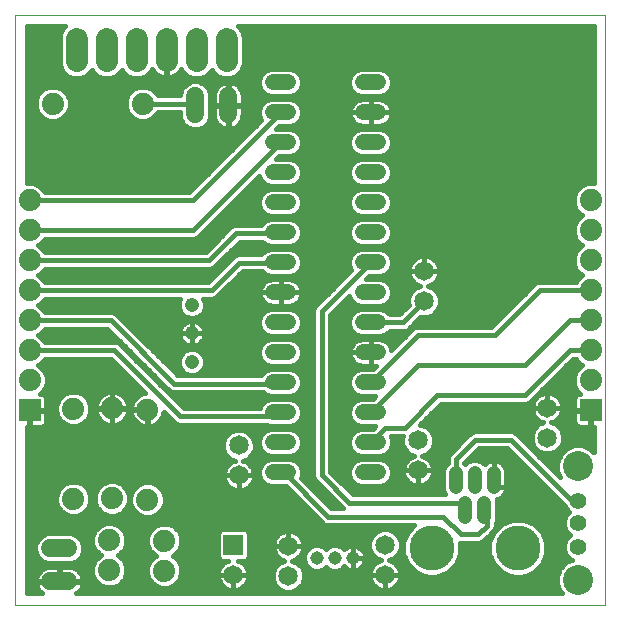
<source format=gbl>
G75*
%MOIN*%
%OFA0B0*%
%FSLAX25Y25*%
%IPPOS*%
%LPD*%
%AMOC8*
5,1,8,0,0,1.08239X$1,22.5*
%
%ADD10C,0.00000*%
%ADD11C,0.06500*%
%ADD12R,0.06500X0.06500*%
%ADD13C,0.15000*%
%ADD14C,0.04756*%
%ADD15C,0.07400*%
%ADD16C,0.07400*%
%ADD17C,0.05200*%
%ADD18C,0.04756*%
%ADD19C,0.06000*%
%ADD20C,0.05600*%
%ADD21C,0.10000*%
%ADD22C,0.04500*%
%ADD23R,0.07400X0.07400*%
%ADD24C,0.01600*%
D10*
X0001008Y0003937D02*
X0001008Y0200787D01*
X0197859Y0200787D01*
X0197859Y0003937D01*
X0001008Y0003937D01*
D11*
X0073843Y0014055D03*
X0092189Y0013701D03*
X0092189Y0023701D03*
X0075674Y0047205D03*
X0075674Y0057205D03*
X0124394Y0024016D03*
X0124394Y0014016D03*
X0135497Y0048858D03*
X0135497Y0058858D03*
X0178528Y0059764D03*
X0178528Y0069764D03*
X0137465Y0105276D03*
X0137465Y0115276D03*
D12*
X0073843Y0024055D03*
D13*
X0139985Y0022992D03*
X0168725Y0022992D03*
D14*
X0157504Y0033394D02*
X0157504Y0038150D01*
X0154355Y0043268D02*
X0154355Y0048024D01*
X0148056Y0048024D02*
X0148056Y0043268D01*
X0151205Y0038150D02*
X0151205Y0033394D01*
X0160654Y0043268D02*
X0160654Y0048024D01*
D15*
X0071638Y0185316D02*
X0071638Y0192716D01*
X0061638Y0192716D02*
X0061638Y0185316D01*
X0051638Y0185316D02*
X0051638Y0192716D01*
X0041638Y0192716D02*
X0041638Y0185316D01*
X0031638Y0185316D02*
X0031638Y0192716D01*
X0021638Y0192716D02*
X0021638Y0185316D01*
D16*
X0013686Y0171102D03*
X0043686Y0171102D03*
X0006008Y0138937D03*
X0006008Y0128937D03*
X0006008Y0118937D03*
X0006008Y0108937D03*
X0006008Y0098937D03*
X0006008Y0088937D03*
X0006008Y0078937D03*
X0020536Y0069370D03*
X0033410Y0069528D03*
X0045221Y0069173D03*
X0045221Y0039173D03*
X0033410Y0039528D03*
X0020536Y0039370D03*
X0032544Y0025630D03*
X0032544Y0015630D03*
X0050851Y0015394D03*
X0050851Y0025394D03*
X0193008Y0078937D03*
X0193008Y0088937D03*
X0193008Y0098937D03*
X0193008Y0108937D03*
X0193008Y0118937D03*
X0193008Y0128937D03*
X0193008Y0138937D03*
D17*
X0122230Y0138189D02*
X0117030Y0138189D01*
X0117030Y0148189D02*
X0122230Y0148189D01*
X0122230Y0158189D02*
X0117030Y0158189D01*
X0117030Y0168189D02*
X0122230Y0168189D01*
X0122230Y0178189D02*
X0117030Y0178189D01*
X0092230Y0178189D02*
X0087030Y0178189D01*
X0087030Y0168189D02*
X0092230Y0168189D01*
X0092230Y0158189D02*
X0087030Y0158189D01*
X0087030Y0148189D02*
X0092230Y0148189D01*
X0092230Y0138189D02*
X0087030Y0138189D01*
X0087030Y0128189D02*
X0092230Y0128189D01*
X0092230Y0118189D02*
X0087030Y0118189D01*
X0087030Y0108189D02*
X0092230Y0108189D01*
X0092230Y0098189D02*
X0087030Y0098189D01*
X0087030Y0088189D02*
X0092230Y0088189D01*
X0092230Y0078189D02*
X0087030Y0078189D01*
X0087030Y0068189D02*
X0092230Y0068189D01*
X0092230Y0058189D02*
X0087030Y0058189D01*
X0087030Y0048189D02*
X0092230Y0048189D01*
X0117030Y0048189D02*
X0122230Y0048189D01*
X0122230Y0058189D02*
X0117030Y0058189D01*
X0117030Y0068189D02*
X0122230Y0068189D01*
X0122230Y0078189D02*
X0117030Y0078189D01*
X0117030Y0088189D02*
X0122230Y0088189D01*
X0122230Y0098189D02*
X0117030Y0098189D01*
X0117030Y0108189D02*
X0122230Y0108189D01*
X0122230Y0118189D02*
X0117030Y0118189D01*
X0117030Y0128189D02*
X0122230Y0128189D01*
D18*
X0060064Y0103988D03*
X0060064Y0094594D03*
X0060064Y0084988D03*
D19*
X0018851Y0022862D02*
X0012851Y0022862D01*
X0012851Y0011862D02*
X0018851Y0011862D01*
X0061138Y0167591D02*
X0061138Y0173591D01*
X0072138Y0173591D02*
X0072138Y0167591D01*
D20*
X0188843Y0038780D03*
X0188843Y0031299D03*
X0188843Y0023425D03*
D21*
X0188843Y0012402D03*
X0188843Y0050197D03*
D22*
X0113701Y0019724D03*
X0107701Y0019724D03*
X0101701Y0019724D03*
D23*
X0193008Y0068937D03*
X0006008Y0068937D03*
D24*
X0005808Y0068737D02*
X0006208Y0068737D01*
X0006208Y0063437D01*
X0009945Y0063437D01*
X0010403Y0063560D01*
X0010814Y0063797D01*
X0011149Y0064132D01*
X0011386Y0064542D01*
X0011508Y0065000D01*
X0011508Y0068737D01*
X0006208Y0068737D01*
X0006208Y0069137D01*
X0011508Y0069137D01*
X0011508Y0072874D01*
X0011386Y0073332D01*
X0011149Y0073742D01*
X0010814Y0074077D01*
X0010403Y0074314D01*
X0009945Y0074437D01*
X0009569Y0074437D01*
X0010841Y0075708D01*
X0011708Y0077803D01*
X0011708Y0080071D01*
X0010841Y0082166D01*
X0009237Y0083769D01*
X0008832Y0083937D01*
X0009237Y0084105D01*
X0010841Y0085708D01*
X0011018Y0086137D01*
X0032959Y0086137D01*
X0044473Y0074623D01*
X0043933Y0074538D01*
X0043110Y0074270D01*
X0042338Y0073877D01*
X0041638Y0073368D01*
X0041026Y0072756D01*
X0040517Y0072056D01*
X0040124Y0071284D01*
X0039856Y0070461D01*
X0039721Y0069606D01*
X0039721Y0069259D01*
X0045135Y0069259D01*
X0045135Y0069087D01*
X0045307Y0069087D01*
X0045307Y0063673D01*
X0045654Y0063673D01*
X0046509Y0063809D01*
X0047332Y0064076D01*
X0048104Y0064469D01*
X0048804Y0064978D01*
X0049416Y0065590D01*
X0049925Y0066291D01*
X0050318Y0067062D01*
X0050586Y0067885D01*
X0050671Y0068425D01*
X0053753Y0065343D01*
X0054540Y0064555D01*
X0055570Y0064129D01*
X0084811Y0064129D01*
X0086115Y0063589D01*
X0093145Y0063589D01*
X0094836Y0064289D01*
X0096130Y0065583D01*
X0096830Y0067274D01*
X0096830Y0069104D01*
X0096130Y0070795D01*
X0094836Y0072089D01*
X0093145Y0072789D01*
X0086115Y0072789D01*
X0084425Y0072089D01*
X0083131Y0070795D01*
X0082689Y0069729D01*
X0057286Y0069729D01*
X0035705Y0091311D01*
X0034676Y0091737D01*
X0011018Y0091737D01*
X0010841Y0092166D01*
X0009237Y0093769D01*
X0008832Y0093937D01*
X0009237Y0094105D01*
X0010841Y0095708D01*
X0011018Y0096137D01*
X0031817Y0096137D01*
X0051784Y0076170D01*
X0052572Y0075382D01*
X0053601Y0074956D01*
X0083758Y0074956D01*
X0084425Y0074289D01*
X0086115Y0073589D01*
X0093145Y0073589D01*
X0094836Y0074289D01*
X0096130Y0075583D01*
X0096830Y0077274D01*
X0096830Y0079104D01*
X0096130Y0080795D01*
X0094836Y0082089D01*
X0093145Y0082789D01*
X0086115Y0082789D01*
X0084425Y0082089D01*
X0083131Y0080795D01*
X0083032Y0080556D01*
X0055318Y0080556D01*
X0034563Y0101311D01*
X0033534Y0101737D01*
X0011018Y0101737D01*
X0010841Y0102166D01*
X0009237Y0103769D01*
X0008832Y0103937D01*
X0009237Y0104105D01*
X0010841Y0105708D01*
X0011018Y0106137D01*
X0056215Y0106137D01*
X0055686Y0104859D01*
X0055686Y0103117D01*
X0056352Y0101508D01*
X0057584Y0100277D01*
X0059193Y0099610D01*
X0060934Y0099610D01*
X0062543Y0100277D01*
X0063775Y0101508D01*
X0064441Y0103117D01*
X0064441Y0104859D01*
X0063912Y0106137D01*
X0067195Y0106137D01*
X0068224Y0106563D01*
X0076971Y0115310D01*
X0083404Y0115310D01*
X0084425Y0114289D01*
X0086115Y0113589D01*
X0093145Y0113589D01*
X0094836Y0114289D01*
X0096130Y0115583D01*
X0096830Y0117274D01*
X0096830Y0119104D01*
X0096130Y0120795D01*
X0094836Y0122089D01*
X0093145Y0122789D01*
X0086115Y0122789D01*
X0084425Y0122089D01*
X0083246Y0120910D01*
X0075255Y0120910D01*
X0074225Y0120484D01*
X0073438Y0119696D01*
X0065479Y0111737D01*
X0011018Y0111737D01*
X0010841Y0112166D01*
X0009237Y0113769D01*
X0008832Y0113937D01*
X0009237Y0114105D01*
X0010841Y0115708D01*
X0011018Y0116137D01*
X0066368Y0116137D01*
X0067398Y0116563D01*
X0075987Y0125153D01*
X0083561Y0125153D01*
X0084425Y0124289D01*
X0086115Y0123589D01*
X0093145Y0123589D01*
X0094836Y0124289D01*
X0096130Y0125583D01*
X0096830Y0127274D01*
X0096830Y0129104D01*
X0096130Y0130795D01*
X0094836Y0132089D01*
X0093145Y0132789D01*
X0086115Y0132789D01*
X0084425Y0132089D01*
X0083131Y0130795D01*
X0083113Y0130753D01*
X0074270Y0130753D01*
X0073241Y0130326D01*
X0072454Y0129539D01*
X0064652Y0121737D01*
X0011018Y0121737D01*
X0010841Y0122166D01*
X0009237Y0123769D01*
X0008832Y0123937D01*
X0009237Y0124105D01*
X0010841Y0125708D01*
X0011018Y0126137D01*
X0060935Y0126137D01*
X0061965Y0126563D01*
X0082502Y0147101D01*
X0083131Y0145583D01*
X0084425Y0144289D01*
X0086115Y0143589D01*
X0093145Y0143589D01*
X0094836Y0144289D01*
X0096130Y0145583D01*
X0096830Y0147274D01*
X0096830Y0149104D01*
X0096130Y0150795D01*
X0094836Y0152089D01*
X0093145Y0152789D01*
X0088190Y0152789D01*
X0088990Y0153589D01*
X0093145Y0153589D01*
X0094836Y0154289D01*
X0096130Y0155583D01*
X0096830Y0157274D01*
X0096830Y0159104D01*
X0096130Y0160795D01*
X0094836Y0162089D01*
X0093145Y0162789D01*
X0088190Y0162789D01*
X0088990Y0163589D01*
X0093145Y0163589D01*
X0094836Y0164289D01*
X0096130Y0165583D01*
X0096830Y0167274D01*
X0096830Y0169104D01*
X0096130Y0170795D01*
X0094836Y0172089D01*
X0093145Y0172789D01*
X0086115Y0172789D01*
X0084425Y0172089D01*
X0083131Y0170795D01*
X0082430Y0169104D01*
X0082430Y0167274D01*
X0083111Y0165630D01*
X0059219Y0141737D01*
X0011018Y0141737D01*
X0010841Y0142166D01*
X0009237Y0143769D01*
X0007142Y0144637D01*
X0004945Y0144637D01*
X0004945Y0196850D01*
X0017712Y0196850D01*
X0016806Y0195945D01*
X0015938Y0193850D01*
X0015938Y0184182D01*
X0016806Y0182087D01*
X0018410Y0180484D01*
X0020505Y0179616D01*
X0022772Y0179616D01*
X0024867Y0180484D01*
X0026471Y0182087D01*
X0026638Y0182492D01*
X0026806Y0182087D01*
X0028410Y0180484D01*
X0030505Y0179616D01*
X0032772Y0179616D01*
X0034867Y0180484D01*
X0036471Y0182087D01*
X0036638Y0182492D01*
X0036806Y0182087D01*
X0038410Y0180484D01*
X0040505Y0179616D01*
X0042772Y0179616D01*
X0044867Y0180484D01*
X0046471Y0182087D01*
X0046758Y0182780D01*
X0046934Y0182433D01*
X0047443Y0181733D01*
X0048055Y0181121D01*
X0048756Y0180612D01*
X0049527Y0180219D01*
X0050350Y0179951D01*
X0051205Y0179816D01*
X0051438Y0179816D01*
X0051438Y0188816D01*
X0051838Y0188816D01*
X0051838Y0179816D01*
X0052071Y0179816D01*
X0052926Y0179951D01*
X0053750Y0180219D01*
X0054521Y0180612D01*
X0055221Y0181121D01*
X0055833Y0181733D01*
X0056342Y0182433D01*
X0056519Y0182780D01*
X0056806Y0182087D01*
X0058410Y0180484D01*
X0060505Y0179616D01*
X0062772Y0179616D01*
X0064867Y0180484D01*
X0066471Y0182087D01*
X0066638Y0182492D01*
X0066806Y0182087D01*
X0068410Y0180484D01*
X0070505Y0179616D01*
X0072772Y0179616D01*
X0074867Y0180484D01*
X0076471Y0182087D01*
X0077338Y0184182D01*
X0077338Y0193850D01*
X0076471Y0195945D01*
X0075565Y0196850D01*
X0193922Y0196850D01*
X0193922Y0144637D01*
X0191875Y0144637D01*
X0189780Y0143769D01*
X0188176Y0142166D01*
X0187308Y0140071D01*
X0187308Y0137803D01*
X0188176Y0135708D01*
X0189780Y0134105D01*
X0190185Y0133937D01*
X0189780Y0133769D01*
X0188176Y0132166D01*
X0187308Y0130071D01*
X0187308Y0127803D01*
X0188176Y0125708D01*
X0189780Y0124105D01*
X0190185Y0123937D01*
X0189780Y0123769D01*
X0188176Y0122166D01*
X0187308Y0120071D01*
X0187308Y0117803D01*
X0188176Y0115708D01*
X0189780Y0114105D01*
X0190185Y0113937D01*
X0189780Y0113769D01*
X0188176Y0112166D01*
X0187999Y0111737D01*
X0175451Y0111737D01*
X0174422Y0111311D01*
X0173635Y0110523D01*
X0159849Y0096737D01*
X0134822Y0096737D01*
X0133792Y0096311D01*
X0133005Y0095523D01*
X0126547Y0089065D01*
X0126522Y0089219D01*
X0126308Y0089878D01*
X0125994Y0090495D01*
X0125587Y0091055D01*
X0125097Y0091545D01*
X0124537Y0091952D01*
X0123919Y0092267D01*
X0123261Y0092481D01*
X0122577Y0092589D01*
X0119630Y0092589D01*
X0116684Y0092589D01*
X0116000Y0092481D01*
X0115341Y0092267D01*
X0114724Y0091952D01*
X0114164Y0091545D01*
X0113674Y0091055D01*
X0113267Y0090495D01*
X0112953Y0089878D01*
X0112739Y0089219D01*
X0112630Y0088535D01*
X0112630Y0088189D01*
X0112630Y0087843D01*
X0112739Y0087159D01*
X0112953Y0086500D01*
X0113267Y0085883D01*
X0113674Y0085323D01*
X0114164Y0084833D01*
X0114724Y0084426D01*
X0115341Y0084111D01*
X0116000Y0083897D01*
X0116684Y0083789D01*
X0119630Y0083789D01*
X0119630Y0088189D01*
X0119630Y0088189D01*
X0112630Y0088189D01*
X0119630Y0088189D01*
X0119630Y0092589D01*
X0119630Y0088189D01*
X0119630Y0088189D01*
X0119630Y0088189D01*
X0119630Y0083789D01*
X0121271Y0083789D01*
X0120271Y0082789D01*
X0116115Y0082789D01*
X0114425Y0082089D01*
X0113131Y0080795D01*
X0112430Y0079104D01*
X0112430Y0077274D01*
X0113131Y0075583D01*
X0114425Y0074289D01*
X0116115Y0073589D01*
X0121071Y0073589D01*
X0120271Y0072789D01*
X0116115Y0072789D01*
X0114425Y0072089D01*
X0113131Y0070795D01*
X0112430Y0069104D01*
X0112430Y0067274D01*
X0113131Y0065583D01*
X0114425Y0064289D01*
X0116115Y0063589D01*
X0121071Y0063589D01*
X0120271Y0062789D01*
X0116115Y0062789D01*
X0114425Y0062089D01*
X0113131Y0060795D01*
X0112430Y0059104D01*
X0112430Y0057274D01*
X0113131Y0055583D01*
X0114425Y0054289D01*
X0116115Y0053589D01*
X0123145Y0053589D01*
X0124836Y0054289D01*
X0126130Y0055583D01*
X0126830Y0057274D01*
X0126830Y0059104D01*
X0126380Y0060192D01*
X0130367Y0060192D01*
X0130247Y0059903D01*
X0130247Y0057814D01*
X0131046Y0055884D01*
X0132523Y0054408D01*
X0134154Y0053732D01*
X0133558Y0053538D01*
X0132850Y0053177D01*
X0132207Y0052710D01*
X0131645Y0052148D01*
X0131177Y0051505D01*
X0130817Y0050797D01*
X0130571Y0050041D01*
X0130447Y0049256D01*
X0130447Y0048858D01*
X0130447Y0048461D01*
X0130571Y0047676D01*
X0130817Y0046920D01*
X0131177Y0046211D01*
X0131645Y0045568D01*
X0132207Y0045006D01*
X0132850Y0044539D01*
X0133558Y0044178D01*
X0134314Y0043933D01*
X0135099Y0043808D01*
X0135497Y0043808D01*
X0135894Y0043808D01*
X0136679Y0043933D01*
X0137435Y0044178D01*
X0138143Y0044539D01*
X0138786Y0045006D01*
X0139348Y0045568D01*
X0139816Y0046211D01*
X0140177Y0046920D01*
X0140422Y0047676D01*
X0140547Y0048461D01*
X0140547Y0048858D01*
X0135497Y0048858D01*
X0135497Y0048858D01*
X0135497Y0043808D01*
X0135497Y0048858D01*
X0135497Y0048858D01*
X0140547Y0048858D01*
X0140547Y0049256D01*
X0140422Y0050041D01*
X0140177Y0050797D01*
X0139816Y0051505D01*
X0139348Y0052148D01*
X0138786Y0052710D01*
X0138143Y0053177D01*
X0137435Y0053538D01*
X0136839Y0053732D01*
X0138470Y0054408D01*
X0139947Y0055884D01*
X0140747Y0057814D01*
X0140747Y0059903D01*
X0139947Y0061832D01*
X0138470Y0063309D01*
X0136541Y0064108D01*
X0136006Y0064108D01*
X0143034Y0071137D01*
X0171565Y0071137D01*
X0172594Y0071563D01*
X0187168Y0086137D01*
X0187999Y0086137D01*
X0188176Y0085708D01*
X0189780Y0084105D01*
X0190185Y0083937D01*
X0189780Y0083769D01*
X0188176Y0082166D01*
X0187308Y0080071D01*
X0187308Y0077803D01*
X0188176Y0075708D01*
X0189447Y0074437D01*
X0189071Y0074437D01*
X0188614Y0074314D01*
X0188203Y0074077D01*
X0187868Y0073742D01*
X0187631Y0073332D01*
X0187508Y0072874D01*
X0187508Y0069137D01*
X0192808Y0069137D01*
X0192808Y0068737D01*
X0187508Y0068737D01*
X0187508Y0065000D01*
X0187631Y0064542D01*
X0187868Y0064132D01*
X0188203Y0063797D01*
X0188614Y0063560D01*
X0189071Y0063437D01*
X0192808Y0063437D01*
X0192808Y0068737D01*
X0193208Y0068737D01*
X0193208Y0063437D01*
X0193922Y0063437D01*
X0193922Y0055018D01*
X0192808Y0056131D01*
X0190235Y0057197D01*
X0187451Y0057197D01*
X0184878Y0056131D01*
X0182909Y0054162D01*
X0181843Y0051589D01*
X0181843Y0048804D01*
X0182741Y0046637D01*
X0167949Y0061429D01*
X0166920Y0061855D01*
X0153995Y0061855D01*
X0152966Y0061429D01*
X0152178Y0060641D01*
X0145682Y0054145D01*
X0145256Y0053116D01*
X0145256Y0051415D01*
X0144344Y0050504D01*
X0143678Y0048894D01*
X0143678Y0042397D01*
X0144277Y0040950D01*
X0113625Y0040950D01*
X0106171Y0048404D01*
X0106171Y0100769D01*
X0112502Y0107101D01*
X0113131Y0105583D01*
X0114425Y0104289D01*
X0116115Y0103589D01*
X0123145Y0103589D01*
X0124836Y0104289D01*
X0126130Y0105583D01*
X0126830Y0107274D01*
X0126830Y0109104D01*
X0126130Y0110795D01*
X0124836Y0112089D01*
X0123145Y0112789D01*
X0118190Y0112789D01*
X0118990Y0113589D01*
X0123145Y0113589D01*
X0124836Y0114289D01*
X0126130Y0115583D01*
X0126830Y0117274D01*
X0126830Y0119104D01*
X0126130Y0120795D01*
X0124836Y0122089D01*
X0123145Y0122789D01*
X0116115Y0122789D01*
X0114425Y0122089D01*
X0113131Y0120795D01*
X0112430Y0119104D01*
X0112430Y0117274D01*
X0113111Y0115630D01*
X0100997Y0103515D01*
X0100571Y0102486D01*
X0100571Y0046687D01*
X0100997Y0045658D01*
X0101785Y0044870D01*
X0110390Y0036265D01*
X0106499Y0036265D01*
X0096438Y0046326D01*
X0096830Y0047274D01*
X0096830Y0049104D01*
X0096130Y0050795D01*
X0094836Y0052089D01*
X0093145Y0052789D01*
X0086115Y0052789D01*
X0084425Y0052089D01*
X0083131Y0050795D01*
X0082430Y0049104D01*
X0082430Y0047274D01*
X0083131Y0045583D01*
X0084425Y0044289D01*
X0086115Y0043589D01*
X0091255Y0043589D01*
X0102965Y0031878D01*
X0103753Y0031091D01*
X0104782Y0030665D01*
X0134222Y0030665D01*
X0131931Y0028373D01*
X0130485Y0024882D01*
X0130485Y0021102D01*
X0131931Y0017611D01*
X0134603Y0014938D01*
X0138095Y0013492D01*
X0141874Y0013492D01*
X0145366Y0014938D01*
X0148038Y0017611D01*
X0149485Y0021102D01*
X0149485Y0024759D01*
X0156093Y0024759D01*
X0157122Y0025185D01*
X0160075Y0028138D01*
X0160862Y0028926D01*
X0161289Y0029955D01*
X0161289Y0031090D01*
X0161882Y0032523D01*
X0161882Y0039020D01*
X0161790Y0039244D01*
X0162258Y0039396D01*
X0162844Y0039694D01*
X0163376Y0040081D01*
X0163841Y0040546D01*
X0164227Y0041078D01*
X0164526Y0041664D01*
X0164729Y0042289D01*
X0164832Y0042939D01*
X0164832Y0043268D01*
X0164832Y0048352D01*
X0164729Y0049002D01*
X0164526Y0049627D01*
X0164227Y0050213D01*
X0163841Y0050745D01*
X0163376Y0051210D01*
X0162844Y0051597D01*
X0162258Y0051895D01*
X0161632Y0052099D01*
X0160983Y0052202D01*
X0160654Y0052202D01*
X0160325Y0052202D01*
X0159676Y0052099D01*
X0159050Y0051895D01*
X0158464Y0051597D01*
X0157932Y0051210D01*
X0157646Y0050924D01*
X0156835Y0051735D01*
X0155226Y0052402D01*
X0153484Y0052402D01*
X0151875Y0051735D01*
X0151205Y0051065D01*
X0150863Y0051407D01*
X0155711Y0056255D01*
X0165203Y0056255D01*
X0183674Y0037784D01*
X0184333Y0037125D01*
X0184774Y0036061D01*
X0185795Y0035039D01*
X0184774Y0034018D01*
X0184043Y0032254D01*
X0184043Y0030344D01*
X0184774Y0028580D01*
X0185992Y0027362D01*
X0184774Y0026144D01*
X0184043Y0024380D01*
X0184043Y0022470D01*
X0184774Y0020706D01*
X0186124Y0019356D01*
X0186732Y0019104D01*
X0184878Y0018336D01*
X0182909Y0016367D01*
X0181843Y0013794D01*
X0181843Y0011009D01*
X0182909Y0008436D01*
X0183471Y0007874D01*
X0021528Y0007874D01*
X0021978Y0008201D01*
X0022512Y0008735D01*
X0022956Y0009346D01*
X0023299Y0010020D01*
X0023533Y0010738D01*
X0023651Y0011484D01*
X0023651Y0011662D01*
X0016051Y0011662D01*
X0016051Y0012062D01*
X0023651Y0012062D01*
X0023651Y0012240D01*
X0023533Y0012986D01*
X0023299Y0013705D01*
X0022956Y0014378D01*
X0022512Y0014989D01*
X0021978Y0015523D01*
X0021367Y0015968D01*
X0020693Y0016311D01*
X0019975Y0016544D01*
X0019229Y0016662D01*
X0016051Y0016662D01*
X0016051Y0012062D01*
X0015651Y0012062D01*
X0015651Y0011662D01*
X0008051Y0011662D01*
X0008051Y0011484D01*
X0008169Y0010738D01*
X0008403Y0010020D01*
X0008746Y0009346D01*
X0009190Y0008735D01*
X0009724Y0008201D01*
X0010174Y0007874D01*
X0004945Y0007874D01*
X0004945Y0063437D01*
X0005808Y0063437D01*
X0005808Y0068737D01*
X0005808Y0067877D02*
X0006208Y0067877D01*
X0006208Y0066279D02*
X0005808Y0066279D01*
X0005808Y0064680D02*
X0006208Y0064680D01*
X0004945Y0063082D02*
X0100571Y0063082D01*
X0100571Y0064680D02*
X0095227Y0064680D01*
X0096418Y0066279D02*
X0100571Y0066279D01*
X0100571Y0067877D02*
X0096830Y0067877D01*
X0096676Y0069476D02*
X0100571Y0069476D01*
X0100571Y0071074D02*
X0095850Y0071074D01*
X0094793Y0074272D02*
X0100571Y0074272D01*
X0100571Y0075870D02*
X0096249Y0075870D01*
X0096830Y0077469D02*
X0100571Y0077469D01*
X0100571Y0079067D02*
X0096830Y0079067D01*
X0096184Y0080666D02*
X0100571Y0080666D01*
X0100571Y0082264D02*
X0094413Y0082264D01*
X0093806Y0083863D02*
X0100571Y0083863D01*
X0100571Y0085461D02*
X0096008Y0085461D01*
X0096130Y0085583D02*
X0096830Y0087274D01*
X0096830Y0089104D01*
X0096130Y0090795D01*
X0094836Y0092089D01*
X0093145Y0092789D01*
X0086115Y0092789D01*
X0084425Y0092089D01*
X0083131Y0090795D01*
X0082430Y0089104D01*
X0082430Y0087274D01*
X0083131Y0085583D01*
X0084425Y0084289D01*
X0086115Y0083589D01*
X0093145Y0083589D01*
X0094836Y0084289D01*
X0096130Y0085583D01*
X0096742Y0087060D02*
X0100571Y0087060D01*
X0100571Y0088658D02*
X0096830Y0088658D01*
X0096353Y0090257D02*
X0100571Y0090257D01*
X0100571Y0091855D02*
X0095070Y0091855D01*
X0094836Y0094289D02*
X0093145Y0093589D01*
X0086115Y0093589D01*
X0084425Y0094289D01*
X0083131Y0095583D01*
X0082430Y0097274D01*
X0082430Y0099104D01*
X0083131Y0100795D01*
X0084425Y0102089D01*
X0086115Y0102789D01*
X0093145Y0102789D01*
X0094836Y0102089D01*
X0096130Y0100795D01*
X0096830Y0099104D01*
X0096830Y0097274D01*
X0096130Y0095583D01*
X0094836Y0094289D01*
X0095599Y0095052D02*
X0100571Y0095052D01*
X0100571Y0093454D02*
X0064086Y0093454D01*
X0064139Y0093616D02*
X0064241Y0094266D01*
X0064241Y0094594D01*
X0060064Y0094594D01*
X0060064Y0094595D01*
X0060063Y0094595D01*
X0060063Y0098772D01*
X0059735Y0098772D01*
X0059085Y0098670D01*
X0058460Y0098466D01*
X0057874Y0098168D01*
X0057342Y0097781D01*
X0056877Y0097316D01*
X0056490Y0096784D01*
X0056192Y0096198D01*
X0055988Y0095573D01*
X0055886Y0094923D01*
X0055886Y0094595D01*
X0060063Y0094595D01*
X0060063Y0094594D01*
X0055886Y0094594D01*
X0055886Y0094266D01*
X0055988Y0093616D01*
X0056192Y0092991D01*
X0056490Y0092405D01*
X0056877Y0091873D01*
X0057342Y0091408D01*
X0057874Y0091021D01*
X0058460Y0090723D01*
X0059085Y0090519D01*
X0059735Y0090417D01*
X0060063Y0090417D01*
X0060063Y0094594D01*
X0060064Y0094594D01*
X0060064Y0090417D01*
X0060392Y0090417D01*
X0061042Y0090519D01*
X0061667Y0090723D01*
X0062253Y0091021D01*
X0062785Y0091408D01*
X0063250Y0091873D01*
X0063637Y0092405D01*
X0063935Y0092991D01*
X0064139Y0093616D01*
X0064241Y0094595D02*
X0064241Y0094923D01*
X0064139Y0095573D01*
X0063935Y0096198D01*
X0063637Y0096784D01*
X0063250Y0097316D01*
X0062785Y0097781D01*
X0062253Y0098168D01*
X0061667Y0098466D01*
X0061042Y0098670D01*
X0060392Y0098772D01*
X0060064Y0098772D01*
X0060064Y0094595D01*
X0064241Y0094595D01*
X0064221Y0095052D02*
X0083662Y0095052D01*
X0082689Y0096651D02*
X0063705Y0096651D01*
X0062093Y0098249D02*
X0082430Y0098249D01*
X0082738Y0099848D02*
X0061508Y0099848D01*
X0060064Y0098249D02*
X0060063Y0098249D01*
X0060063Y0096651D02*
X0060064Y0096651D01*
X0060063Y0095052D02*
X0060064Y0095052D01*
X0060063Y0093454D02*
X0060064Y0093454D01*
X0060063Y0091855D02*
X0060064Y0091855D01*
X0060934Y0089366D02*
X0059193Y0089366D01*
X0057584Y0088700D01*
X0056352Y0087468D01*
X0055686Y0085859D01*
X0055686Y0084117D01*
X0056352Y0082508D01*
X0057584Y0081277D01*
X0059193Y0080610D01*
X0060934Y0080610D01*
X0062543Y0081277D01*
X0063775Y0082508D01*
X0064441Y0084117D01*
X0064441Y0085859D01*
X0063775Y0087468D01*
X0062543Y0088700D01*
X0060934Y0089366D01*
X0062585Y0088658D02*
X0082430Y0088658D01*
X0082519Y0087060D02*
X0063944Y0087060D01*
X0064441Y0085461D02*
X0083253Y0085461D01*
X0085455Y0083863D02*
X0064336Y0083863D01*
X0063531Y0082264D02*
X0084848Y0082264D01*
X0083077Y0080666D02*
X0061068Y0080666D01*
X0059059Y0080666D02*
X0055208Y0080666D01*
X0056596Y0082264D02*
X0053610Y0082264D01*
X0052011Y0083863D02*
X0055791Y0083863D01*
X0055686Y0085461D02*
X0050413Y0085461D01*
X0048814Y0087060D02*
X0056183Y0087060D01*
X0057542Y0088658D02*
X0047216Y0088658D01*
X0045617Y0090257D02*
X0082908Y0090257D01*
X0084191Y0091855D02*
X0063233Y0091855D01*
X0056894Y0091855D02*
X0044019Y0091855D01*
X0042420Y0093454D02*
X0056041Y0093454D01*
X0055906Y0095052D02*
X0040822Y0095052D01*
X0039223Y0096651D02*
X0056422Y0096651D01*
X0058034Y0098249D02*
X0037625Y0098249D01*
X0036026Y0099848D02*
X0058619Y0099848D01*
X0056414Y0101446D02*
X0034236Y0101446D01*
X0032977Y0098937D02*
X0054158Y0077756D01*
X0089197Y0077756D01*
X0089630Y0078189D01*
X0085835Y0072673D02*
X0054342Y0072673D01*
X0052744Y0074272D02*
X0084468Y0074272D01*
X0083411Y0071074D02*
X0055941Y0071074D01*
X0056127Y0066929D02*
X0059079Y0066929D01*
X0088371Y0066929D01*
X0089630Y0068189D01*
X0086115Y0062789D02*
X0084425Y0062089D01*
X0083131Y0060795D01*
X0082430Y0059104D01*
X0082430Y0057274D01*
X0083131Y0055583D01*
X0084425Y0054289D01*
X0086115Y0053589D01*
X0093145Y0053589D01*
X0094836Y0054289D01*
X0096130Y0055583D01*
X0096830Y0057274D01*
X0096830Y0059104D01*
X0096130Y0060795D01*
X0094836Y0062089D01*
X0093145Y0062789D01*
X0086115Y0062789D01*
X0083820Y0061483D02*
X0078820Y0061483D01*
X0078648Y0061655D02*
X0076718Y0062455D01*
X0074629Y0062455D01*
X0072700Y0061655D01*
X0071223Y0060179D01*
X0070424Y0058249D01*
X0070424Y0056160D01*
X0071223Y0054231D01*
X0072700Y0052754D01*
X0074331Y0052078D01*
X0073735Y0051885D01*
X0073027Y0051524D01*
X0072384Y0051057D01*
X0071822Y0050495D01*
X0071355Y0049852D01*
X0070994Y0049143D01*
X0070748Y0048387D01*
X0070624Y0047602D01*
X0070624Y0047205D01*
X0075674Y0047205D01*
X0080724Y0047205D01*
X0080724Y0047602D01*
X0080599Y0048387D01*
X0080354Y0049143D01*
X0079993Y0049852D01*
X0079526Y0050495D01*
X0078964Y0051057D01*
X0078321Y0051524D01*
X0077612Y0051885D01*
X0077016Y0052078D01*
X0078648Y0052754D01*
X0080124Y0054231D01*
X0080924Y0056160D01*
X0080924Y0058249D01*
X0080124Y0060179D01*
X0078648Y0061655D01*
X0080246Y0059885D02*
X0082754Y0059885D01*
X0082430Y0058286D02*
X0080908Y0058286D01*
X0080924Y0056688D02*
X0082673Y0056688D01*
X0083625Y0055089D02*
X0080480Y0055089D01*
X0079384Y0053491D02*
X0100571Y0053491D01*
X0100571Y0055089D02*
X0095636Y0055089D01*
X0096588Y0056688D02*
X0100571Y0056688D01*
X0100571Y0058286D02*
X0096830Y0058286D01*
X0096507Y0059885D02*
X0100571Y0059885D01*
X0100571Y0061483D02*
X0095441Y0061483D01*
X0095032Y0051892D02*
X0100571Y0051892D01*
X0100571Y0050294D02*
X0096338Y0050294D01*
X0096830Y0048695D02*
X0100571Y0048695D01*
X0100571Y0047097D02*
X0096757Y0047097D01*
X0097265Y0045498D02*
X0101157Y0045498D01*
X0102755Y0043900D02*
X0098864Y0043900D01*
X0100462Y0042301D02*
X0104354Y0042301D01*
X0105952Y0040703D02*
X0102061Y0040703D01*
X0103659Y0039104D02*
X0107551Y0039104D01*
X0109149Y0037506D02*
X0105258Y0037506D01*
X0105339Y0033465D02*
X0143725Y0033465D01*
X0149630Y0027559D01*
X0155536Y0027559D01*
X0158489Y0030512D01*
X0158489Y0037165D01*
X0157504Y0038150D01*
X0161882Y0037506D02*
X0183952Y0037506D01*
X0184927Y0035907D02*
X0161882Y0035907D01*
X0161882Y0034309D02*
X0185064Y0034309D01*
X0184232Y0032710D02*
X0161882Y0032710D01*
X0161298Y0031112D02*
X0163503Y0031112D01*
X0163344Y0031046D02*
X0160671Y0028373D01*
X0159225Y0024882D01*
X0159225Y0021102D01*
X0160671Y0017611D01*
X0163344Y0014938D01*
X0166835Y0013492D01*
X0170615Y0013492D01*
X0174106Y0014938D01*
X0176779Y0017611D01*
X0178225Y0021102D01*
X0178225Y0024882D01*
X0176779Y0028373D01*
X0174106Y0031046D01*
X0170615Y0032492D01*
X0166835Y0032492D01*
X0163344Y0031046D01*
X0161811Y0029513D02*
X0161106Y0029513D01*
X0160481Y0027915D02*
X0159851Y0027915D01*
X0159819Y0026316D02*
X0158253Y0026316D01*
X0159225Y0024718D02*
X0149485Y0024718D01*
X0149485Y0023119D02*
X0159225Y0023119D01*
X0159225Y0021521D02*
X0149485Y0021521D01*
X0148996Y0019922D02*
X0159714Y0019922D01*
X0160376Y0018324D02*
X0148334Y0018324D01*
X0147153Y0016725D02*
X0161557Y0016725D01*
X0163155Y0015127D02*
X0145554Y0015127D01*
X0141961Y0013528D02*
X0166748Y0013528D01*
X0170701Y0013528D02*
X0181843Y0013528D01*
X0181843Y0011930D02*
X0128999Y0011930D01*
X0129074Y0012077D02*
X0129320Y0012833D01*
X0129444Y0013618D01*
X0129444Y0014016D01*
X0129444Y0014413D01*
X0129320Y0015198D01*
X0129074Y0015954D01*
X0128713Y0016663D01*
X0128246Y0017306D01*
X0127684Y0017868D01*
X0127041Y0018335D01*
X0126333Y0018696D01*
X0125737Y0018889D01*
X0127368Y0019565D01*
X0128845Y0021042D01*
X0129644Y0022971D01*
X0129644Y0025060D01*
X0128845Y0026990D01*
X0127368Y0028466D01*
X0125439Y0029266D01*
X0123350Y0029266D01*
X0121420Y0028466D01*
X0119943Y0026990D01*
X0119144Y0025060D01*
X0119144Y0022971D01*
X0119943Y0021042D01*
X0121420Y0019565D01*
X0123052Y0018889D01*
X0122456Y0018696D01*
X0121747Y0018335D01*
X0121104Y0017868D01*
X0120542Y0017306D01*
X0120075Y0016663D01*
X0119714Y0015954D01*
X0119469Y0015198D01*
X0119344Y0014413D01*
X0119344Y0014016D01*
X0124394Y0014016D01*
X0124394Y0014016D01*
X0119344Y0014016D01*
X0119344Y0013618D01*
X0119469Y0012833D01*
X0119714Y0012077D01*
X0120075Y0011369D01*
X0120542Y0010726D01*
X0121104Y0010164D01*
X0121747Y0009697D01*
X0122456Y0009336D01*
X0123212Y0009090D01*
X0123997Y0008966D01*
X0124394Y0008966D01*
X0124394Y0014016D01*
X0129444Y0014016D01*
X0124394Y0014016D01*
X0124394Y0014016D01*
X0124394Y0014016D01*
X0124394Y0008966D01*
X0124792Y0008966D01*
X0125577Y0009090D01*
X0126333Y0009336D01*
X0127041Y0009697D01*
X0127684Y0010164D01*
X0128246Y0010726D01*
X0128713Y0011369D01*
X0129074Y0012077D01*
X0129430Y0013528D02*
X0138008Y0013528D01*
X0134415Y0015127D02*
X0129331Y0015127D01*
X0128668Y0016725D02*
X0132817Y0016725D01*
X0131636Y0018324D02*
X0127057Y0018324D01*
X0127725Y0019922D02*
X0130974Y0019922D01*
X0130485Y0021521D02*
X0129043Y0021521D01*
X0129644Y0023119D02*
X0130485Y0023119D01*
X0130485Y0024718D02*
X0129644Y0024718D01*
X0129124Y0026316D02*
X0131079Y0026316D01*
X0131741Y0027915D02*
X0127920Y0027915D01*
X0133071Y0029513D02*
X0054792Y0029513D01*
X0054080Y0030226D02*
X0055683Y0028622D01*
X0056551Y0026527D01*
X0056551Y0024260D01*
X0055683Y0022165D01*
X0054080Y0020561D01*
X0053675Y0020394D01*
X0054080Y0020226D01*
X0055683Y0018622D01*
X0056551Y0016527D01*
X0056551Y0014260D01*
X0055683Y0012165D01*
X0054080Y0010561D01*
X0051985Y0009694D01*
X0049717Y0009694D01*
X0047622Y0010561D01*
X0046019Y0012165D01*
X0045151Y0014260D01*
X0045151Y0016527D01*
X0046019Y0018622D01*
X0047622Y0020226D01*
X0048027Y0020394D01*
X0047622Y0020561D01*
X0046019Y0022165D01*
X0045151Y0024260D01*
X0045151Y0026527D01*
X0046019Y0028622D01*
X0047622Y0030226D01*
X0049717Y0031094D01*
X0051985Y0031094D01*
X0054080Y0030226D01*
X0055976Y0027915D02*
X0068593Y0027915D01*
X0068593Y0028134D02*
X0068593Y0019977D01*
X0069765Y0018805D01*
X0072120Y0018805D01*
X0071905Y0018735D01*
X0071196Y0018374D01*
X0070553Y0017907D01*
X0069991Y0017345D01*
X0069524Y0016702D01*
X0069163Y0015994D01*
X0068917Y0015238D01*
X0068793Y0014453D01*
X0068793Y0014055D01*
X0068793Y0013658D01*
X0068917Y0012873D01*
X0069163Y0012117D01*
X0069524Y0011408D01*
X0069991Y0010765D01*
X0070553Y0010203D01*
X0071196Y0009736D01*
X0071905Y0009375D01*
X0072660Y0009129D01*
X0073446Y0009005D01*
X0073843Y0009005D01*
X0073843Y0014055D01*
X0073843Y0014055D01*
X0073843Y0009005D01*
X0074240Y0009005D01*
X0075026Y0009129D01*
X0075782Y0009375D01*
X0076490Y0009736D01*
X0077133Y0010203D01*
X0077695Y0010765D01*
X0078162Y0011408D01*
X0078523Y0012117D01*
X0078769Y0012873D01*
X0078893Y0013658D01*
X0078893Y0014055D01*
X0073843Y0014055D01*
X0068793Y0014055D01*
X0073843Y0014055D01*
X0073843Y0014055D01*
X0073843Y0014055D01*
X0078893Y0014055D01*
X0078893Y0014453D01*
X0078769Y0015238D01*
X0078523Y0015994D01*
X0078162Y0016702D01*
X0077695Y0017345D01*
X0077133Y0017907D01*
X0076490Y0018374D01*
X0075782Y0018735D01*
X0075566Y0018805D01*
X0077921Y0018805D01*
X0079093Y0019977D01*
X0079093Y0028134D01*
X0077921Y0029305D01*
X0069765Y0029305D01*
X0068593Y0028134D01*
X0068593Y0026316D02*
X0056551Y0026316D01*
X0056551Y0024718D02*
X0068593Y0024718D01*
X0068593Y0023119D02*
X0056078Y0023119D01*
X0055039Y0021521D02*
X0068593Y0021521D01*
X0068648Y0019922D02*
X0054384Y0019922D01*
X0055807Y0018324D02*
X0071127Y0018324D01*
X0069541Y0016725D02*
X0056469Y0016725D01*
X0056551Y0015127D02*
X0068900Y0015127D01*
X0068814Y0013528D02*
X0056248Y0013528D01*
X0055448Y0011930D02*
X0069258Y0011930D01*
X0070425Y0010331D02*
X0053523Y0010331D01*
X0048178Y0010331D02*
X0034646Y0010331D01*
X0033678Y0009930D02*
X0031410Y0009930D01*
X0029315Y0010798D01*
X0027712Y0012401D01*
X0026844Y0014496D01*
X0026844Y0016764D01*
X0027712Y0018859D01*
X0029315Y0020462D01*
X0029720Y0020630D01*
X0029315Y0020798D01*
X0027712Y0022401D01*
X0026844Y0024496D01*
X0026844Y0026764D01*
X0027712Y0028859D01*
X0029315Y0030462D01*
X0031410Y0031330D01*
X0033678Y0031330D01*
X0035773Y0030462D01*
X0037376Y0028859D01*
X0038244Y0026764D01*
X0038244Y0024496D01*
X0037376Y0022401D01*
X0035773Y0020798D01*
X0035368Y0020630D01*
X0035773Y0020462D01*
X0037376Y0018859D01*
X0038244Y0016764D01*
X0038244Y0014496D01*
X0037376Y0012401D01*
X0035773Y0010798D01*
X0033678Y0009930D01*
X0036904Y0011930D02*
X0046254Y0011930D01*
X0045454Y0013528D02*
X0037843Y0013528D01*
X0038244Y0015127D02*
X0045151Y0015127D01*
X0045233Y0016725D02*
X0038244Y0016725D01*
X0037598Y0018324D02*
X0045895Y0018324D01*
X0047318Y0019922D02*
X0036313Y0019922D01*
X0036496Y0021521D02*
X0046663Y0021521D01*
X0045623Y0023119D02*
X0037673Y0023119D01*
X0038244Y0024718D02*
X0045151Y0024718D01*
X0045151Y0026316D02*
X0038244Y0026316D01*
X0037767Y0027915D02*
X0045726Y0027915D01*
X0046909Y0029513D02*
X0036722Y0029513D01*
X0034204Y0031112D02*
X0103732Y0031112D01*
X0102134Y0032710D02*
X0004945Y0032710D01*
X0004945Y0031112D02*
X0030883Y0031112D01*
X0028366Y0029513D02*
X0004945Y0029513D01*
X0004945Y0027915D02*
X0027321Y0027915D01*
X0026844Y0026316D02*
X0022468Y0026316D01*
X0023090Y0025694D02*
X0021683Y0027101D01*
X0019845Y0027862D01*
X0011856Y0027862D01*
X0010019Y0027101D01*
X0008612Y0025694D01*
X0007851Y0023857D01*
X0007851Y0021868D01*
X0008612Y0020030D01*
X0010019Y0018623D01*
X0011856Y0017862D01*
X0019845Y0017862D01*
X0021683Y0018623D01*
X0023090Y0020030D01*
X0023851Y0021868D01*
X0023851Y0023857D01*
X0023090Y0025694D01*
X0023494Y0024718D02*
X0026844Y0024718D01*
X0027414Y0023119D02*
X0023851Y0023119D01*
X0023707Y0021521D02*
X0028592Y0021521D01*
X0028775Y0019922D02*
X0022982Y0019922D01*
X0020959Y0018324D02*
X0027490Y0018324D01*
X0026844Y0016725D02*
X0004945Y0016725D01*
X0004945Y0015127D02*
X0009327Y0015127D01*
X0009190Y0014989D02*
X0008746Y0014378D01*
X0008403Y0013705D01*
X0008169Y0012986D01*
X0008051Y0012240D01*
X0008051Y0012062D01*
X0015651Y0012062D01*
X0015651Y0016662D01*
X0012473Y0016662D01*
X0011727Y0016544D01*
X0011008Y0016311D01*
X0010335Y0015968D01*
X0009724Y0015523D01*
X0009190Y0014989D01*
X0008345Y0013528D02*
X0004945Y0013528D01*
X0004945Y0011930D02*
X0015651Y0011930D01*
X0016051Y0011930D02*
X0028183Y0011930D01*
X0027245Y0013528D02*
X0023357Y0013528D01*
X0022375Y0015127D02*
X0026844Y0015127D01*
X0023400Y0010331D02*
X0030442Y0010331D01*
X0022509Y0008733D02*
X0090465Y0008733D01*
X0091145Y0008451D02*
X0093234Y0008451D01*
X0095163Y0009250D01*
X0096640Y0010727D01*
X0097439Y0012656D01*
X0097439Y0014745D01*
X0096640Y0016675D01*
X0095163Y0018152D01*
X0093532Y0018827D01*
X0094128Y0019021D01*
X0094836Y0019382D01*
X0095479Y0019849D01*
X0096041Y0020411D01*
X0096509Y0021054D01*
X0096870Y0021762D01*
X0097115Y0022518D01*
X0097239Y0023303D01*
X0097239Y0023701D01*
X0097239Y0024098D01*
X0097115Y0024883D01*
X0096870Y0025639D01*
X0096509Y0026348D01*
X0096041Y0026991D01*
X0095479Y0027553D01*
X0094836Y0028020D01*
X0094128Y0028381D01*
X0093372Y0028626D01*
X0092587Y0028751D01*
X0092190Y0028751D01*
X0092190Y0023701D01*
X0097239Y0023701D01*
X0092190Y0023701D01*
X0092190Y0023701D01*
X0092189Y0023701D01*
X0092189Y0023701D01*
X0087139Y0023701D01*
X0087139Y0024098D01*
X0087264Y0024883D01*
X0087509Y0025639D01*
X0087870Y0026348D01*
X0088338Y0026991D01*
X0088900Y0027553D01*
X0089543Y0028020D01*
X0090251Y0028381D01*
X0091007Y0028626D01*
X0091792Y0028751D01*
X0092189Y0028751D01*
X0092189Y0023701D01*
X0087139Y0023701D01*
X0087139Y0023303D01*
X0087264Y0022518D01*
X0087509Y0021762D01*
X0087870Y0021054D01*
X0088338Y0020411D01*
X0088900Y0019849D01*
X0089543Y0019382D01*
X0090251Y0019021D01*
X0090847Y0018827D01*
X0089216Y0018152D01*
X0087739Y0016675D01*
X0086939Y0014745D01*
X0086939Y0012656D01*
X0087739Y0010727D01*
X0089216Y0009250D01*
X0091145Y0008451D01*
X0088135Y0010331D02*
X0077261Y0010331D01*
X0078428Y0011930D02*
X0087241Y0011930D01*
X0086939Y0013528D02*
X0078872Y0013528D01*
X0078786Y0015127D02*
X0087098Y0015127D01*
X0087789Y0016725D02*
X0078145Y0016725D01*
X0076560Y0018324D02*
X0089631Y0018324D01*
X0088826Y0019922D02*
X0079038Y0019922D01*
X0079093Y0021521D02*
X0087633Y0021521D01*
X0087169Y0023119D02*
X0079093Y0023119D01*
X0079093Y0024718D02*
X0087238Y0024718D01*
X0087854Y0026316D02*
X0079093Y0026316D01*
X0079093Y0027915D02*
X0089398Y0027915D01*
X0092189Y0027915D02*
X0092190Y0027915D01*
X0092189Y0026316D02*
X0092190Y0026316D01*
X0092189Y0024718D02*
X0092190Y0024718D01*
X0094981Y0027915D02*
X0120869Y0027915D01*
X0119665Y0026316D02*
X0096525Y0026316D01*
X0097141Y0024718D02*
X0119144Y0024718D01*
X0119144Y0023119D02*
X0115911Y0023119D01*
X0115620Y0023313D02*
X0114883Y0023619D01*
X0114100Y0023774D01*
X0113701Y0023774D01*
X0113302Y0023774D01*
X0112520Y0023619D01*
X0111783Y0023313D01*
X0111120Y0022870D01*
X0110843Y0022593D01*
X0110109Y0023327D01*
X0108547Y0023974D01*
X0106856Y0023974D01*
X0105294Y0023327D01*
X0104701Y0022735D01*
X0104109Y0023327D01*
X0102547Y0023974D01*
X0100856Y0023974D01*
X0099294Y0023327D01*
X0098098Y0022132D01*
X0097451Y0020570D01*
X0097451Y0018879D01*
X0098098Y0017317D01*
X0099294Y0016121D01*
X0100856Y0015474D01*
X0102547Y0015474D01*
X0104109Y0016121D01*
X0104701Y0016714D01*
X0105294Y0016121D01*
X0106856Y0015474D01*
X0108547Y0015474D01*
X0110109Y0016121D01*
X0110843Y0016855D01*
X0111120Y0016579D01*
X0111783Y0016135D01*
X0112520Y0015830D01*
X0113302Y0015674D01*
X0113701Y0015674D01*
X0113701Y0019724D01*
X0113701Y0019724D01*
X0113701Y0015674D01*
X0114100Y0015674D01*
X0114883Y0015830D01*
X0115620Y0016135D01*
X0116283Y0016579D01*
X0116847Y0017143D01*
X0117290Y0017806D01*
X0117596Y0018543D01*
X0117751Y0019326D01*
X0117751Y0019724D01*
X0113701Y0019724D01*
X0113701Y0019724D01*
X0113701Y0019725D02*
X0113701Y0023774D01*
X0113701Y0019725D01*
X0113701Y0019725D01*
X0113701Y0019724D02*
X0117751Y0019724D01*
X0117751Y0020123D01*
X0117596Y0020906D01*
X0117290Y0021643D01*
X0116847Y0022306D01*
X0116283Y0022870D01*
X0115620Y0023313D01*
X0113701Y0023119D02*
X0113701Y0023119D01*
X0113701Y0021521D02*
X0113701Y0021521D01*
X0113701Y0019922D02*
X0113701Y0019922D01*
X0113701Y0018324D02*
X0113701Y0018324D01*
X0113701Y0016725D02*
X0113701Y0016725D01*
X0116430Y0016725D02*
X0120121Y0016725D01*
X0119457Y0015127D02*
X0097281Y0015127D01*
X0097439Y0013528D02*
X0119359Y0013528D01*
X0119789Y0011930D02*
X0097138Y0011930D01*
X0096244Y0010331D02*
X0120937Y0010331D01*
X0124394Y0010331D02*
X0124394Y0010331D01*
X0124394Y0011930D02*
X0124394Y0011930D01*
X0124394Y0013528D02*
X0124394Y0013528D01*
X0127851Y0010331D02*
X0182124Y0010331D01*
X0182786Y0008733D02*
X0093914Y0008733D01*
X0096590Y0016725D02*
X0098690Y0016725D01*
X0097681Y0018324D02*
X0094748Y0018324D01*
X0095553Y0019922D02*
X0097451Y0019922D01*
X0097845Y0021521D02*
X0096746Y0021521D01*
X0097210Y0023119D02*
X0099086Y0023119D01*
X0104317Y0023119D02*
X0105086Y0023119D01*
X0110317Y0023119D02*
X0111492Y0023119D01*
X0117341Y0021521D02*
X0119745Y0021521D01*
X0121063Y0019922D02*
X0117751Y0019922D01*
X0117505Y0018324D02*
X0121732Y0018324D01*
X0110973Y0016725D02*
X0110712Y0016725D01*
X0105339Y0033465D02*
X0090615Y0048189D01*
X0089630Y0048189D01*
X0085365Y0043900D02*
X0079511Y0043900D01*
X0079526Y0043915D02*
X0079993Y0044558D01*
X0080354Y0045266D01*
X0080599Y0046022D01*
X0080724Y0046807D01*
X0080724Y0047205D01*
X0075674Y0047205D01*
X0075674Y0047205D01*
X0075674Y0047205D01*
X0075674Y0042155D01*
X0076071Y0042155D01*
X0076856Y0042279D01*
X0077612Y0042525D01*
X0078321Y0042886D01*
X0078964Y0043353D01*
X0079526Y0043915D01*
X0080429Y0045498D02*
X0083216Y0045498D01*
X0082504Y0047097D02*
X0080724Y0047097D01*
X0080499Y0048695D02*
X0082430Y0048695D01*
X0082923Y0050294D02*
X0079672Y0050294D01*
X0077589Y0051892D02*
X0084228Y0051892D01*
X0075674Y0047205D02*
X0075674Y0047205D01*
X0070624Y0047205D01*
X0070624Y0046807D01*
X0070748Y0046022D01*
X0070994Y0045266D01*
X0071355Y0044558D01*
X0071822Y0043915D01*
X0072384Y0043353D01*
X0073027Y0042886D01*
X0073735Y0042525D01*
X0074491Y0042279D01*
X0075276Y0042155D01*
X0075674Y0042155D01*
X0075674Y0047205D01*
X0075674Y0047097D02*
X0075674Y0047097D01*
X0075674Y0045498D02*
X0075674Y0045498D01*
X0075674Y0043900D02*
X0075674Y0043900D01*
X0075674Y0042301D02*
X0075674Y0042301D01*
X0076925Y0042301D02*
X0092543Y0042301D01*
X0094141Y0040703D02*
X0050757Y0040703D01*
X0050921Y0040307D02*
X0050053Y0042402D01*
X0048450Y0044005D01*
X0046355Y0044873D01*
X0044087Y0044873D01*
X0041992Y0044005D01*
X0040389Y0042402D01*
X0039521Y0040307D01*
X0039521Y0038039D01*
X0040389Y0035944D01*
X0041992Y0034341D01*
X0044087Y0033473D01*
X0046355Y0033473D01*
X0048450Y0034341D01*
X0050053Y0035944D01*
X0050921Y0038039D01*
X0050921Y0040307D01*
X0050921Y0039104D02*
X0095740Y0039104D01*
X0097338Y0037506D02*
X0050700Y0037506D01*
X0050016Y0035907D02*
X0098937Y0035907D01*
X0100535Y0034309D02*
X0048372Y0034309D01*
X0042070Y0034309D02*
X0035705Y0034309D01*
X0036639Y0034695D02*
X0038242Y0036299D01*
X0039110Y0038394D01*
X0039110Y0040661D01*
X0038242Y0042756D01*
X0036639Y0044360D01*
X0034544Y0045228D01*
X0032276Y0045228D01*
X0030181Y0044360D01*
X0028578Y0042756D01*
X0027710Y0040661D01*
X0027710Y0038394D01*
X0028578Y0036299D01*
X0030181Y0034695D01*
X0032276Y0033828D01*
X0034544Y0033828D01*
X0036639Y0034695D01*
X0037851Y0035907D02*
X0040426Y0035907D01*
X0039742Y0037506D02*
X0038742Y0037506D01*
X0039110Y0039104D02*
X0039521Y0039104D01*
X0039685Y0040703D02*
X0039093Y0040703D01*
X0038431Y0042301D02*
X0040347Y0042301D01*
X0041887Y0043900D02*
X0037099Y0043900D01*
X0029721Y0043900D02*
X0024067Y0043900D01*
X0023765Y0044202D02*
X0025368Y0042599D01*
X0026236Y0040504D01*
X0026236Y0038236D01*
X0025368Y0036141D01*
X0023765Y0034538D01*
X0021670Y0033670D01*
X0019402Y0033670D01*
X0017307Y0034538D01*
X0015704Y0036141D01*
X0014836Y0038236D01*
X0014836Y0040504D01*
X0015704Y0042599D01*
X0017307Y0044202D01*
X0019402Y0045070D01*
X0021670Y0045070D01*
X0023765Y0044202D01*
X0025491Y0042301D02*
X0028389Y0042301D01*
X0027727Y0040703D02*
X0026154Y0040703D01*
X0026236Y0039104D02*
X0027710Y0039104D01*
X0028078Y0037506D02*
X0025933Y0037506D01*
X0025134Y0035907D02*
X0028969Y0035907D01*
X0031115Y0034309D02*
X0023212Y0034309D01*
X0017860Y0034309D02*
X0004945Y0034309D01*
X0004945Y0035907D02*
X0015938Y0035907D01*
X0015139Y0037506D02*
X0004945Y0037506D01*
X0004945Y0039104D02*
X0014836Y0039104D01*
X0014918Y0040703D02*
X0004945Y0040703D01*
X0004945Y0042301D02*
X0015580Y0042301D01*
X0017005Y0043900D02*
X0004945Y0043900D01*
X0004945Y0045498D02*
X0070918Y0045498D01*
X0070624Y0047097D02*
X0004945Y0047097D01*
X0004945Y0048695D02*
X0070848Y0048695D01*
X0071676Y0050294D02*
X0004945Y0050294D01*
X0004945Y0051892D02*
X0073759Y0051892D01*
X0071963Y0053491D02*
X0004945Y0053491D01*
X0004945Y0055089D02*
X0070867Y0055089D01*
X0070424Y0056688D02*
X0004945Y0056688D01*
X0004945Y0058286D02*
X0070439Y0058286D01*
X0071101Y0059885D02*
X0004945Y0059885D01*
X0004945Y0061483D02*
X0072528Y0061483D01*
X0056127Y0066929D02*
X0034119Y0088937D01*
X0026008Y0088937D01*
X0006008Y0088937D01*
X0009553Y0093454D02*
X0034500Y0093454D01*
X0032902Y0095052D02*
X0010185Y0095052D01*
X0010969Y0091855D02*
X0036099Y0091855D01*
X0036759Y0090257D02*
X0037697Y0090257D01*
X0038357Y0088658D02*
X0039296Y0088658D01*
X0039956Y0087060D02*
X0040895Y0087060D01*
X0041554Y0085461D02*
X0042493Y0085461D01*
X0043153Y0083863D02*
X0044092Y0083863D01*
X0044751Y0082264D02*
X0045690Y0082264D01*
X0046350Y0080666D02*
X0047289Y0080666D01*
X0047948Y0079067D02*
X0048887Y0079067D01*
X0049547Y0077469D02*
X0050486Y0077469D01*
X0051145Y0075870D02*
X0052084Y0075870D01*
X0045135Y0069087D02*
X0045135Y0063673D01*
X0044788Y0063673D01*
X0043933Y0063809D01*
X0043110Y0064076D01*
X0042338Y0064469D01*
X0041638Y0064978D01*
X0041026Y0065590D01*
X0040517Y0066291D01*
X0040124Y0067062D01*
X0039856Y0067885D01*
X0039721Y0068740D01*
X0039721Y0069087D01*
X0045135Y0069087D01*
X0045135Y0067877D02*
X0045307Y0067877D01*
X0045307Y0066279D02*
X0045135Y0066279D01*
X0045135Y0064680D02*
X0045307Y0064680D01*
X0042048Y0064680D02*
X0036012Y0064680D01*
X0036293Y0064824D02*
X0036993Y0065332D01*
X0037605Y0065945D01*
X0038114Y0066645D01*
X0038507Y0067416D01*
X0038775Y0068240D01*
X0038910Y0069095D01*
X0038910Y0069442D01*
X0033496Y0069442D01*
X0033496Y0069613D01*
X0038910Y0069613D01*
X0038910Y0069960D01*
X0038775Y0070815D01*
X0038507Y0071639D01*
X0038114Y0072410D01*
X0037605Y0073111D01*
X0036993Y0073723D01*
X0036293Y0074232D01*
X0035521Y0074625D01*
X0034698Y0074892D01*
X0033843Y0075028D01*
X0033496Y0075028D01*
X0033496Y0069613D01*
X0033324Y0069613D01*
X0033324Y0069442D01*
X0027910Y0069442D01*
X0027910Y0069095D01*
X0028045Y0068240D01*
X0028313Y0067416D01*
X0028706Y0066645D01*
X0029215Y0065945D01*
X0029827Y0065332D01*
X0030527Y0064824D01*
X0031299Y0064431D01*
X0032122Y0064163D01*
X0032977Y0064028D01*
X0033324Y0064028D01*
X0033324Y0069442D01*
X0033496Y0069442D01*
X0033496Y0064028D01*
X0033843Y0064028D01*
X0034698Y0064163D01*
X0035521Y0064431D01*
X0036293Y0064824D01*
X0037848Y0066279D02*
X0040525Y0066279D01*
X0039859Y0067877D02*
X0038657Y0067877D01*
X0039721Y0069476D02*
X0033496Y0069476D01*
X0033324Y0069476D02*
X0026236Y0069476D01*
X0026236Y0070504D02*
X0025368Y0072599D01*
X0023765Y0074202D01*
X0021670Y0075070D01*
X0019402Y0075070D01*
X0017307Y0074202D01*
X0015704Y0072599D01*
X0014836Y0070504D01*
X0014836Y0068236D01*
X0015704Y0066141D01*
X0017307Y0064538D01*
X0019402Y0063670D01*
X0021670Y0063670D01*
X0023765Y0064538D01*
X0025368Y0066141D01*
X0026236Y0068236D01*
X0026236Y0070504D01*
X0026000Y0071074D02*
X0028130Y0071074D01*
X0028045Y0070815D02*
X0027910Y0069960D01*
X0027910Y0069613D01*
X0033324Y0069613D01*
X0033324Y0075028D01*
X0032977Y0075028D01*
X0032122Y0074892D01*
X0031299Y0074625D01*
X0030527Y0074232D01*
X0029827Y0073723D01*
X0029215Y0073111D01*
X0028706Y0072410D01*
X0028313Y0071639D01*
X0028045Y0070815D01*
X0028897Y0072673D02*
X0025294Y0072673D01*
X0023598Y0074272D02*
X0030606Y0074272D01*
X0033324Y0074272D02*
X0033496Y0074272D01*
X0033496Y0072673D02*
X0033324Y0072673D01*
X0033324Y0071074D02*
X0033496Y0071074D01*
X0036214Y0074272D02*
X0043114Y0074272D01*
X0043226Y0075870D02*
X0010908Y0075870D01*
X0010477Y0074272D02*
X0017474Y0074272D01*
X0015778Y0072673D02*
X0011508Y0072673D01*
X0011508Y0071074D02*
X0015072Y0071074D01*
X0014836Y0069476D02*
X0011508Y0069476D01*
X0011508Y0067877D02*
X0014985Y0067877D01*
X0015647Y0066279D02*
X0011508Y0066279D01*
X0011423Y0064680D02*
X0017165Y0064680D01*
X0023907Y0064680D02*
X0030808Y0064680D01*
X0028972Y0066279D02*
X0025425Y0066279D01*
X0026087Y0067877D02*
X0028163Y0067877D01*
X0033324Y0067877D02*
X0033496Y0067877D01*
X0033496Y0066279D02*
X0033324Y0066279D01*
X0033324Y0064680D02*
X0033496Y0064680D01*
X0038690Y0071074D02*
X0040056Y0071074D01*
X0040965Y0072673D02*
X0037923Y0072673D01*
X0041627Y0077469D02*
X0011570Y0077469D01*
X0011708Y0079067D02*
X0040029Y0079067D01*
X0038430Y0080666D02*
X0011462Y0080666D01*
X0010742Y0082264D02*
X0036832Y0082264D01*
X0035233Y0083863D02*
X0009012Y0083863D01*
X0010593Y0085461D02*
X0033635Y0085461D01*
X0032977Y0098937D02*
X0006008Y0098937D01*
X0009962Y0103045D02*
X0055716Y0103045D01*
X0055686Y0104643D02*
X0009776Y0104643D01*
X0006008Y0108937D02*
X0066638Y0108937D01*
X0075812Y0118110D01*
X0089552Y0118110D01*
X0089630Y0118189D01*
X0094503Y0122227D02*
X0114758Y0122227D01*
X0115545Y0123825D02*
X0093716Y0123825D01*
X0095971Y0125424D02*
X0113290Y0125424D01*
X0113131Y0125583D02*
X0112430Y0127274D01*
X0112430Y0129104D01*
X0113131Y0130795D01*
X0114425Y0132089D01*
X0116115Y0132789D01*
X0123145Y0132789D01*
X0124836Y0132089D01*
X0126130Y0130795D01*
X0126830Y0129104D01*
X0126830Y0127274D01*
X0126130Y0125583D01*
X0124836Y0124289D01*
X0123145Y0123589D01*
X0116115Y0123589D01*
X0114425Y0124289D01*
X0113131Y0125583D01*
X0112535Y0127022D02*
X0096726Y0127022D01*
X0096830Y0128621D02*
X0112430Y0128621D01*
X0112892Y0130219D02*
X0096368Y0130219D01*
X0095107Y0131818D02*
X0114154Y0131818D01*
X0114425Y0134289D02*
X0116115Y0133589D01*
X0123145Y0133589D01*
X0124836Y0134289D01*
X0126130Y0135583D01*
X0126830Y0137274D01*
X0126830Y0139104D01*
X0126130Y0140795D01*
X0124836Y0142089D01*
X0123145Y0142789D01*
X0116115Y0142789D01*
X0114425Y0142089D01*
X0113131Y0140795D01*
X0112430Y0139104D01*
X0112430Y0137274D01*
X0113131Y0135583D01*
X0114425Y0134289D01*
X0113699Y0135015D02*
X0095562Y0135015D01*
X0096130Y0135583D02*
X0094836Y0134289D01*
X0093145Y0133589D01*
X0086115Y0133589D01*
X0084425Y0134289D01*
X0083131Y0135583D01*
X0082430Y0137274D01*
X0082430Y0139104D01*
X0083131Y0140795D01*
X0084425Y0142089D01*
X0086115Y0142789D01*
X0093145Y0142789D01*
X0094836Y0142089D01*
X0096130Y0140795D01*
X0096830Y0139104D01*
X0096830Y0137274D01*
X0096130Y0135583D01*
X0096557Y0136613D02*
X0112704Y0136613D01*
X0112430Y0138212D02*
X0096830Y0138212D01*
X0096538Y0139810D02*
X0112723Y0139810D01*
X0113745Y0141409D02*
X0095516Y0141409D01*
X0095153Y0144606D02*
X0114108Y0144606D01*
X0114425Y0144289D02*
X0116115Y0143589D01*
X0123145Y0143589D01*
X0124836Y0144289D01*
X0126130Y0145583D01*
X0126830Y0147274D01*
X0126830Y0149104D01*
X0126130Y0150795D01*
X0124836Y0152089D01*
X0123145Y0152789D01*
X0116115Y0152789D01*
X0114425Y0152089D01*
X0113131Y0150795D01*
X0112430Y0149104D01*
X0112430Y0147274D01*
X0113131Y0145583D01*
X0114425Y0144289D01*
X0112873Y0146205D02*
X0096387Y0146205D01*
X0096830Y0147803D02*
X0112430Y0147803D01*
X0112554Y0149402D02*
X0096707Y0149402D01*
X0095925Y0151000D02*
X0113336Y0151000D01*
X0115656Y0152599D02*
X0093605Y0152599D01*
X0094613Y0154197D02*
X0114647Y0154197D01*
X0114425Y0154289D02*
X0116115Y0153589D01*
X0123145Y0153589D01*
X0124836Y0154289D01*
X0126130Y0155583D01*
X0126830Y0157274D01*
X0126830Y0159104D01*
X0126130Y0160795D01*
X0124836Y0162089D01*
X0123145Y0162789D01*
X0116115Y0162789D01*
X0114425Y0162089D01*
X0113131Y0160795D01*
X0112430Y0159104D01*
X0112430Y0157274D01*
X0113131Y0155583D01*
X0114425Y0154289D01*
X0113043Y0155796D02*
X0096218Y0155796D01*
X0096830Y0157394D02*
X0112430Y0157394D01*
X0112430Y0158993D02*
X0096830Y0158993D01*
X0096214Y0160591D02*
X0113046Y0160591D01*
X0114669Y0162190D02*
X0094592Y0162190D01*
X0093626Y0163788D02*
X0193922Y0163788D01*
X0193922Y0162190D02*
X0124592Y0162190D01*
X0123919Y0164111D02*
X0124537Y0164426D01*
X0125097Y0164833D01*
X0125587Y0165323D01*
X0125994Y0165883D01*
X0126308Y0166500D01*
X0126522Y0167159D01*
X0126630Y0167843D01*
X0126630Y0168189D01*
X0126630Y0168535D01*
X0126522Y0169219D01*
X0126308Y0169878D01*
X0125994Y0170495D01*
X0125587Y0171055D01*
X0125097Y0171545D01*
X0124537Y0171952D01*
X0123919Y0172267D01*
X0123261Y0172481D01*
X0122577Y0172589D01*
X0119630Y0172589D01*
X0116684Y0172589D01*
X0116000Y0172481D01*
X0115341Y0172267D01*
X0114724Y0171952D01*
X0114164Y0171545D01*
X0113674Y0171055D01*
X0113267Y0170495D01*
X0112953Y0169878D01*
X0112739Y0169219D01*
X0112630Y0168535D01*
X0112630Y0168189D01*
X0112630Y0167843D01*
X0112739Y0167159D01*
X0112953Y0166500D01*
X0113267Y0165883D01*
X0113674Y0165323D01*
X0114164Y0164833D01*
X0114724Y0164426D01*
X0115341Y0164111D01*
X0116000Y0163897D01*
X0116684Y0163789D01*
X0119630Y0163789D01*
X0119630Y0168189D01*
X0119630Y0168189D01*
X0112630Y0168189D01*
X0119630Y0168189D01*
X0119630Y0172589D01*
X0119630Y0168189D01*
X0119630Y0168189D01*
X0119630Y0168189D01*
X0119630Y0163789D01*
X0122577Y0163789D01*
X0123261Y0163897D01*
X0123919Y0164111D01*
X0125633Y0165387D02*
X0193922Y0165387D01*
X0193922Y0166985D02*
X0126466Y0166985D01*
X0126630Y0168189D02*
X0119631Y0168189D01*
X0126630Y0168189D01*
X0126623Y0168584D02*
X0193922Y0168584D01*
X0193922Y0170182D02*
X0126153Y0170182D01*
X0124773Y0171781D02*
X0193922Y0171781D01*
X0193922Y0173379D02*
X0076938Y0173379D01*
X0076938Y0173968D02*
X0076938Y0170791D01*
X0072338Y0170791D01*
X0071938Y0170791D01*
X0071938Y0178391D01*
X0071761Y0178391D01*
X0071014Y0178272D01*
X0070296Y0178039D01*
X0069623Y0177696D01*
X0069011Y0177252D01*
X0068477Y0176718D01*
X0068033Y0176106D01*
X0067690Y0175433D01*
X0067457Y0174715D01*
X0067338Y0173968D01*
X0067338Y0170791D01*
X0071938Y0170791D01*
X0071938Y0170391D01*
X0067338Y0170391D01*
X0067338Y0167213D01*
X0067457Y0166467D01*
X0067690Y0165748D01*
X0068033Y0165075D01*
X0068477Y0164464D01*
X0069011Y0163929D01*
X0069623Y0163485D01*
X0070296Y0163142D01*
X0071014Y0162909D01*
X0071761Y0162791D01*
X0071938Y0162791D01*
X0071938Y0170390D01*
X0072338Y0170390D01*
X0072338Y0162791D01*
X0072516Y0162791D01*
X0073262Y0162909D01*
X0073981Y0163142D01*
X0074654Y0163485D01*
X0075265Y0163929D01*
X0075800Y0164464D01*
X0076244Y0165075D01*
X0076587Y0165748D01*
X0076820Y0166467D01*
X0076938Y0167213D01*
X0076938Y0170391D01*
X0072338Y0170391D01*
X0072338Y0170791D01*
X0072338Y0178391D01*
X0072516Y0178391D01*
X0073262Y0178272D01*
X0073981Y0178039D01*
X0074654Y0177696D01*
X0075265Y0177252D01*
X0075800Y0176718D01*
X0076244Y0176106D01*
X0076587Y0175433D01*
X0076820Y0174715D01*
X0076938Y0173968D01*
X0076735Y0174978D02*
X0083736Y0174978D01*
X0083131Y0175583D02*
X0084425Y0174289D01*
X0086115Y0173589D01*
X0093145Y0173589D01*
X0094836Y0174289D01*
X0096130Y0175583D01*
X0096830Y0177274D01*
X0096830Y0179104D01*
X0096130Y0180795D01*
X0094836Y0182089D01*
X0093145Y0182789D01*
X0086115Y0182789D01*
X0084425Y0182089D01*
X0083131Y0180795D01*
X0082430Y0179104D01*
X0082430Y0177274D01*
X0083131Y0175583D01*
X0082719Y0176576D02*
X0075902Y0176576D01*
X0073563Y0178175D02*
X0082430Y0178175D01*
X0082708Y0179773D02*
X0073152Y0179773D01*
X0072338Y0178175D02*
X0071938Y0178175D01*
X0070714Y0178175D02*
X0063137Y0178175D01*
X0063971Y0177829D02*
X0062133Y0178591D01*
X0060144Y0178591D01*
X0058306Y0177829D01*
X0056900Y0176423D01*
X0056138Y0174585D01*
X0056138Y0173902D01*
X0048695Y0173902D01*
X0048518Y0174331D01*
X0046914Y0175935D01*
X0044819Y0176802D01*
X0042552Y0176802D01*
X0040457Y0175935D01*
X0038853Y0174331D01*
X0037986Y0172236D01*
X0037986Y0169969D01*
X0038853Y0167874D01*
X0040457Y0166270D01*
X0042552Y0165402D01*
X0044819Y0165402D01*
X0046914Y0166270D01*
X0048518Y0167874D01*
X0048695Y0168302D01*
X0056138Y0168302D01*
X0056138Y0166596D01*
X0056900Y0164758D01*
X0058306Y0163352D01*
X0060144Y0162591D01*
X0062133Y0162591D01*
X0063971Y0163352D01*
X0065377Y0164758D01*
X0066138Y0166596D01*
X0066138Y0174585D01*
X0065377Y0176423D01*
X0063971Y0177829D01*
X0065224Y0176576D02*
X0068374Y0176576D01*
X0067542Y0174978D02*
X0065976Y0174978D01*
X0066138Y0173379D02*
X0067338Y0173379D01*
X0067338Y0171781D02*
X0066138Y0171781D01*
X0066138Y0170182D02*
X0067338Y0170182D01*
X0067338Y0168584D02*
X0066138Y0168584D01*
X0066138Y0166985D02*
X0067374Y0166985D01*
X0067874Y0165387D02*
X0065637Y0165387D01*
X0064407Y0163788D02*
X0069206Y0163788D01*
X0071938Y0163788D02*
X0072338Y0163788D01*
X0072338Y0165387D02*
X0071938Y0165387D01*
X0071938Y0166985D02*
X0072338Y0166985D01*
X0072338Y0168584D02*
X0071938Y0168584D01*
X0071938Y0170182D02*
X0072338Y0170182D01*
X0072338Y0171781D02*
X0071938Y0171781D01*
X0071938Y0173379D02*
X0072338Y0173379D01*
X0072338Y0174978D02*
X0071938Y0174978D01*
X0071938Y0176576D02*
X0072338Y0176576D01*
X0070124Y0179773D02*
X0063152Y0179773D01*
X0065755Y0181372D02*
X0067521Y0181372D01*
X0075755Y0181372D02*
X0083708Y0181372D01*
X0076836Y0182970D02*
X0193922Y0182970D01*
X0193922Y0181372D02*
X0125553Y0181372D01*
X0126130Y0180795D02*
X0124836Y0182089D01*
X0123145Y0182789D01*
X0116115Y0182789D01*
X0114425Y0182089D01*
X0113131Y0180795D01*
X0112430Y0179104D01*
X0112430Y0177274D01*
X0113131Y0175583D01*
X0114425Y0174289D01*
X0116115Y0173589D01*
X0123145Y0173589D01*
X0124836Y0174289D01*
X0126130Y0175583D01*
X0126830Y0177274D01*
X0126830Y0179104D01*
X0126130Y0180795D01*
X0126553Y0179773D02*
X0193922Y0179773D01*
X0193922Y0178175D02*
X0126830Y0178175D01*
X0126541Y0176576D02*
X0193922Y0176576D01*
X0193922Y0174978D02*
X0125525Y0174978D01*
X0119630Y0171781D02*
X0119630Y0171781D01*
X0119630Y0170182D02*
X0119630Y0170182D01*
X0119630Y0168584D02*
X0119630Y0168584D01*
X0119631Y0168189D02*
X0119631Y0168189D01*
X0119630Y0166985D02*
X0119630Y0166985D01*
X0119630Y0165387D02*
X0119630Y0165387D01*
X0113628Y0165387D02*
X0095933Y0165387D01*
X0096711Y0166985D02*
X0112795Y0166985D01*
X0112638Y0168584D02*
X0096830Y0168584D01*
X0096384Y0170182D02*
X0113108Y0170182D01*
X0114488Y0171781D02*
X0095144Y0171781D01*
X0095525Y0174978D02*
X0113736Y0174978D01*
X0112719Y0176576D02*
X0096541Y0176576D01*
X0096830Y0178175D02*
X0112430Y0178175D01*
X0112708Y0179773D02*
X0096553Y0179773D01*
X0095553Y0181372D02*
X0113708Y0181372D01*
X0126214Y0160591D02*
X0193922Y0160591D01*
X0193922Y0158993D02*
X0126830Y0158993D01*
X0126830Y0157394D02*
X0193922Y0157394D01*
X0193922Y0155796D02*
X0126218Y0155796D01*
X0124613Y0154197D02*
X0193922Y0154197D01*
X0193922Y0152599D02*
X0123605Y0152599D01*
X0125925Y0151000D02*
X0193922Y0151000D01*
X0193922Y0149402D02*
X0126707Y0149402D01*
X0126830Y0147803D02*
X0193922Y0147803D01*
X0193922Y0146205D02*
X0126387Y0146205D01*
X0125153Y0144606D02*
X0191800Y0144606D01*
X0189018Y0143007D02*
X0078409Y0143007D01*
X0076810Y0141409D02*
X0083745Y0141409D01*
X0082723Y0139810D02*
X0075212Y0139810D01*
X0073613Y0138212D02*
X0082430Y0138212D01*
X0082704Y0136613D02*
X0072015Y0136613D01*
X0070416Y0135015D02*
X0083699Y0135015D01*
X0084154Y0131818D02*
X0067219Y0131818D01*
X0065621Y0130219D02*
X0073134Y0130219D01*
X0072454Y0129539D02*
X0072454Y0129539D01*
X0071536Y0128621D02*
X0064022Y0128621D01*
X0062424Y0127022D02*
X0069937Y0127022D01*
X0068339Y0125424D02*
X0010556Y0125424D01*
X0009102Y0123825D02*
X0066740Y0123825D01*
X0065142Y0122227D02*
X0010780Y0122227D01*
X0006008Y0118937D02*
X0065812Y0118937D01*
X0074827Y0127953D01*
X0089394Y0127953D01*
X0089630Y0128189D01*
X0085545Y0123825D02*
X0074660Y0123825D01*
X0073061Y0122227D02*
X0084758Y0122227D01*
X0084558Y0114234D02*
X0075895Y0114234D01*
X0074297Y0112636D02*
X0110117Y0112636D01*
X0108519Y0111037D02*
X0095600Y0111037D01*
X0095587Y0111055D02*
X0095097Y0111545D01*
X0094537Y0111952D01*
X0093919Y0112267D01*
X0093261Y0112481D01*
X0092577Y0112589D01*
X0089630Y0112589D01*
X0086684Y0112589D01*
X0086000Y0112481D01*
X0085341Y0112267D01*
X0084724Y0111952D01*
X0084164Y0111545D01*
X0083674Y0111055D01*
X0083267Y0110495D01*
X0082953Y0109878D01*
X0082739Y0109219D01*
X0082630Y0108535D01*
X0082630Y0108189D01*
X0082630Y0107843D01*
X0082739Y0107159D01*
X0082953Y0106500D01*
X0083267Y0105883D01*
X0083674Y0105323D01*
X0084164Y0104833D01*
X0084724Y0104426D01*
X0085341Y0104111D01*
X0086000Y0103897D01*
X0086684Y0103789D01*
X0089630Y0103789D01*
X0089630Y0108189D01*
X0089630Y0108189D01*
X0082630Y0108189D01*
X0089630Y0108189D01*
X0089630Y0112589D01*
X0089630Y0108189D01*
X0089630Y0108189D01*
X0089630Y0108189D01*
X0089630Y0103789D01*
X0092577Y0103789D01*
X0093261Y0103897D01*
X0093919Y0104111D01*
X0094537Y0104426D01*
X0095097Y0104833D01*
X0095587Y0105323D01*
X0095994Y0105883D01*
X0096308Y0106500D01*
X0096522Y0107159D01*
X0096630Y0107843D01*
X0096630Y0108189D01*
X0096630Y0108535D01*
X0096522Y0109219D01*
X0096308Y0109878D01*
X0095994Y0110495D01*
X0095587Y0111055D01*
X0096451Y0109439D02*
X0106920Y0109439D01*
X0105322Y0107840D02*
X0096630Y0107840D01*
X0096630Y0108189D02*
X0089631Y0108189D01*
X0096630Y0108189D01*
X0096176Y0106242D02*
X0103723Y0106242D01*
X0102125Y0104643D02*
X0094836Y0104643D01*
X0095479Y0101446D02*
X0100571Y0101446D01*
X0100571Y0099848D02*
X0096522Y0099848D01*
X0096830Y0098249D02*
X0100571Y0098249D01*
X0100571Y0096651D02*
X0096572Y0096651D01*
X0103371Y0101929D02*
X0119630Y0118189D01*
X0124503Y0122227D02*
X0188237Y0122227D01*
X0187539Y0120628D02*
X0126199Y0120628D01*
X0126830Y0119030D02*
X0134078Y0119030D01*
X0134175Y0119128D02*
X0133613Y0118565D01*
X0133146Y0117922D01*
X0132785Y0117214D01*
X0132539Y0116458D01*
X0132415Y0115673D01*
X0132415Y0115276D01*
X0137465Y0115276D01*
X0137465Y0120326D01*
X0137068Y0120326D01*
X0136283Y0120201D01*
X0135527Y0119956D01*
X0134818Y0119595D01*
X0134175Y0119128D01*
X0132896Y0117431D02*
X0126830Y0117431D01*
X0126233Y0115833D02*
X0132440Y0115833D01*
X0132415Y0115276D02*
X0132415Y0114878D01*
X0132539Y0114093D01*
X0132785Y0113337D01*
X0133146Y0112629D01*
X0133613Y0111986D01*
X0134175Y0111424D01*
X0134818Y0110956D01*
X0135527Y0110596D01*
X0136122Y0110402D01*
X0134491Y0109726D01*
X0133014Y0108249D01*
X0132215Y0106320D01*
X0132215Y0104231D01*
X0132287Y0104057D01*
X0129219Y0100989D01*
X0125936Y0100989D01*
X0124836Y0102089D01*
X0123145Y0102789D01*
X0116115Y0102789D01*
X0114425Y0102089D01*
X0113131Y0100795D01*
X0112430Y0099104D01*
X0112430Y0097274D01*
X0113131Y0095583D01*
X0114425Y0094289D01*
X0116115Y0093589D01*
X0123145Y0093589D01*
X0124836Y0094289D01*
X0125936Y0095389D01*
X0130935Y0095389D01*
X0131965Y0095815D01*
X0136247Y0100098D01*
X0136421Y0100026D01*
X0138509Y0100026D01*
X0140439Y0100825D01*
X0141916Y0102302D01*
X0142715Y0104231D01*
X0142715Y0106320D01*
X0141916Y0108249D01*
X0140439Y0109726D01*
X0138808Y0110402D01*
X0139404Y0110596D01*
X0140112Y0110956D01*
X0140755Y0111424D01*
X0141317Y0111986D01*
X0141784Y0112629D01*
X0142145Y0113337D01*
X0142391Y0114093D01*
X0142515Y0114878D01*
X0142515Y0115276D01*
X0142515Y0115673D01*
X0142391Y0116458D01*
X0142145Y0117214D01*
X0141784Y0117922D01*
X0141317Y0118565D01*
X0140755Y0119128D01*
X0140112Y0119595D01*
X0139404Y0119956D01*
X0138648Y0120201D01*
X0137863Y0120326D01*
X0137465Y0120326D01*
X0137465Y0115276D01*
X0137465Y0115276D01*
X0137465Y0115276D01*
X0142515Y0115276D01*
X0137465Y0115276D01*
X0137465Y0115276D01*
X0132415Y0115276D01*
X0132517Y0114234D02*
X0124703Y0114234D01*
X0123515Y0112636D02*
X0133142Y0112636D01*
X0134707Y0111037D02*
X0125888Y0111037D01*
X0126692Y0109439D02*
X0134204Y0109439D01*
X0132845Y0107840D02*
X0126830Y0107840D01*
X0126403Y0106242D02*
X0132215Y0106242D01*
X0132215Y0104643D02*
X0125190Y0104643D01*
X0125479Y0101446D02*
X0129676Y0101446D01*
X0131274Y0103045D02*
X0108446Y0103045D01*
X0110044Y0104643D02*
X0114071Y0104643D01*
X0112858Y0106242D02*
X0111643Y0106242D01*
X0113782Y0101446D02*
X0106847Y0101446D01*
X0106171Y0099848D02*
X0112738Y0099848D01*
X0112430Y0098249D02*
X0106171Y0098249D01*
X0106171Y0096651D02*
X0112689Y0096651D01*
X0113662Y0095052D02*
X0106171Y0095052D01*
X0106171Y0093454D02*
X0130935Y0093454D01*
X0132534Y0095052D02*
X0125599Y0095052D01*
X0124670Y0091855D02*
X0129337Y0091855D01*
X0127738Y0090257D02*
X0126115Y0090257D01*
X0119630Y0090257D02*
X0119630Y0090257D01*
X0119630Y0091855D02*
X0119630Y0091855D01*
X0119630Y0088658D02*
X0119630Y0088658D01*
X0119630Y0087060D02*
X0119630Y0087060D01*
X0119630Y0085461D02*
X0119630Y0085461D01*
X0119630Y0083863D02*
X0119630Y0083863D01*
X0116219Y0083863D02*
X0106171Y0083863D01*
X0106171Y0085461D02*
X0113574Y0085461D01*
X0112771Y0087060D02*
X0106171Y0087060D01*
X0106171Y0088658D02*
X0112650Y0088658D01*
X0113146Y0090257D02*
X0106171Y0090257D01*
X0106171Y0091855D02*
X0114591Y0091855D01*
X0119630Y0098189D02*
X0130378Y0098189D01*
X0137465Y0105276D01*
X0141060Y0101446D02*
X0164558Y0101446D01*
X0166156Y0103045D02*
X0142224Y0103045D01*
X0142715Y0104643D02*
X0167755Y0104643D01*
X0169353Y0106242D02*
X0142715Y0106242D01*
X0142085Y0107840D02*
X0170952Y0107840D01*
X0172550Y0109439D02*
X0140727Y0109439D01*
X0140223Y0111037D02*
X0174149Y0111037D01*
X0176008Y0108937D02*
X0193008Y0108937D01*
X0188646Y0112636D02*
X0141788Y0112636D01*
X0142413Y0114234D02*
X0189650Y0114234D01*
X0188125Y0115833D02*
X0142490Y0115833D01*
X0142034Y0117431D02*
X0187462Y0117431D01*
X0187308Y0119030D02*
X0140853Y0119030D01*
X0137465Y0119030D02*
X0137465Y0119030D01*
X0137465Y0117431D02*
X0137465Y0117431D01*
X0137465Y0115833D02*
X0137465Y0115833D01*
X0126726Y0127022D02*
X0187632Y0127022D01*
X0187308Y0128621D02*
X0126830Y0128621D01*
X0126368Y0130219D02*
X0187370Y0130219D01*
X0188032Y0131818D02*
X0125107Y0131818D01*
X0125562Y0135015D02*
X0188869Y0135015D01*
X0189427Y0133416D02*
X0068818Y0133416D01*
X0060378Y0128937D02*
X0089630Y0158189D01*
X0082868Y0165387D02*
X0076403Y0165387D01*
X0076902Y0166985D02*
X0082550Y0166985D01*
X0082430Y0168584D02*
X0076938Y0168584D01*
X0076938Y0170182D02*
X0082877Y0170182D01*
X0084117Y0171781D02*
X0076938Y0171781D01*
X0075071Y0163788D02*
X0081270Y0163788D01*
X0079671Y0162190D02*
X0004945Y0162190D01*
X0004945Y0163788D02*
X0057870Y0163788D01*
X0056639Y0165387D02*
X0004945Y0165387D01*
X0004945Y0166985D02*
X0009742Y0166985D01*
X0010457Y0166270D02*
X0012552Y0165402D01*
X0014819Y0165402D01*
X0016914Y0166270D01*
X0018518Y0167874D01*
X0019386Y0169969D01*
X0019386Y0172236D01*
X0018518Y0174331D01*
X0016914Y0175935D01*
X0014819Y0176802D01*
X0012552Y0176802D01*
X0010457Y0175935D01*
X0008853Y0174331D01*
X0007986Y0172236D01*
X0007986Y0169969D01*
X0008853Y0167874D01*
X0010457Y0166270D01*
X0008559Y0168584D02*
X0004945Y0168584D01*
X0004945Y0170182D02*
X0007986Y0170182D01*
X0007986Y0171781D02*
X0004945Y0171781D01*
X0004945Y0173379D02*
X0008459Y0173379D01*
X0009500Y0174978D02*
X0004945Y0174978D01*
X0004945Y0176576D02*
X0012006Y0176576D01*
X0015365Y0176576D02*
X0042006Y0176576D01*
X0039500Y0174978D02*
X0017871Y0174978D01*
X0018912Y0173379D02*
X0038459Y0173379D01*
X0037986Y0171781D02*
X0019386Y0171781D01*
X0019386Y0170182D02*
X0037986Y0170182D01*
X0038559Y0168584D02*
X0018812Y0168584D01*
X0017629Y0166985D02*
X0039742Y0166985D01*
X0043686Y0171102D02*
X0060627Y0171102D01*
X0061138Y0170591D01*
X0056138Y0166985D02*
X0047629Y0166985D01*
X0047871Y0174978D02*
X0056301Y0174978D01*
X0057053Y0176576D02*
X0045365Y0176576D01*
X0043152Y0179773D02*
X0060124Y0179773D01*
X0059140Y0178175D02*
X0004945Y0178175D01*
X0004945Y0179773D02*
X0020124Y0179773D01*
X0023152Y0179773D02*
X0030124Y0179773D01*
X0027521Y0181372D02*
X0025755Y0181372D01*
X0017521Y0181372D02*
X0004945Y0181372D01*
X0004945Y0182970D02*
X0016440Y0182970D01*
X0015938Y0184569D02*
X0004945Y0184569D01*
X0004945Y0186167D02*
X0015938Y0186167D01*
X0015938Y0187766D02*
X0004945Y0187766D01*
X0004945Y0189364D02*
X0015938Y0189364D01*
X0015938Y0190963D02*
X0004945Y0190963D01*
X0004945Y0192561D02*
X0015938Y0192561D01*
X0016067Y0194160D02*
X0004945Y0194160D01*
X0004945Y0195758D02*
X0016729Y0195758D01*
X0033152Y0179773D02*
X0040124Y0179773D01*
X0037521Y0181372D02*
X0035755Y0181372D01*
X0045755Y0181372D02*
X0047804Y0181372D01*
X0051438Y0181372D02*
X0051838Y0181372D01*
X0051838Y0182970D02*
X0051438Y0182970D01*
X0051438Y0184569D02*
X0051838Y0184569D01*
X0051838Y0186167D02*
X0051438Y0186167D01*
X0051438Y0187766D02*
X0051838Y0187766D01*
X0055472Y0181372D02*
X0057521Y0181372D01*
X0077338Y0184569D02*
X0193922Y0184569D01*
X0193922Y0186167D02*
X0077338Y0186167D01*
X0077338Y0187766D02*
X0193922Y0187766D01*
X0193922Y0189364D02*
X0077338Y0189364D01*
X0077338Y0190963D02*
X0193922Y0190963D01*
X0193922Y0192561D02*
X0077338Y0192561D01*
X0077210Y0194160D02*
X0193922Y0194160D01*
X0193922Y0195758D02*
X0076548Y0195758D01*
X0089630Y0168189D02*
X0060378Y0138937D01*
X0006008Y0138937D01*
X0009999Y0143007D02*
X0060489Y0143007D01*
X0062088Y0144606D02*
X0007217Y0144606D01*
X0004945Y0146205D02*
X0063686Y0146205D01*
X0065285Y0147803D02*
X0004945Y0147803D01*
X0004945Y0149402D02*
X0066883Y0149402D01*
X0068482Y0151000D02*
X0004945Y0151000D01*
X0004945Y0152599D02*
X0070080Y0152599D01*
X0071679Y0154197D02*
X0004945Y0154197D01*
X0004945Y0155796D02*
X0073277Y0155796D01*
X0074876Y0157394D02*
X0004945Y0157394D01*
X0004945Y0158993D02*
X0076474Y0158993D01*
X0078073Y0160591D02*
X0004945Y0160591D01*
X0006008Y0128937D02*
X0060378Y0128937D01*
X0069864Y0119030D02*
X0072771Y0119030D01*
X0071463Y0120628D02*
X0074574Y0120628D01*
X0071173Y0117431D02*
X0068266Y0117431D01*
X0069574Y0115833D02*
X0010892Y0115833D01*
X0009367Y0114234D02*
X0067976Y0114234D01*
X0066377Y0112636D02*
X0010371Y0112636D01*
X0050583Y0067877D02*
X0051218Y0067877D01*
X0049917Y0066279D02*
X0052817Y0066279D01*
X0054415Y0064680D02*
X0048394Y0064680D01*
X0048555Y0043900D02*
X0071837Y0043900D01*
X0074423Y0042301D02*
X0050095Y0042301D01*
X0073843Y0013528D02*
X0073843Y0013528D01*
X0073843Y0011930D02*
X0073843Y0011930D01*
X0073843Y0010331D02*
X0073843Y0010331D01*
X0109076Y0045498D02*
X0113216Y0045498D01*
X0113131Y0045583D02*
X0112430Y0047274D01*
X0112430Y0049104D01*
X0113131Y0050795D01*
X0114425Y0052089D01*
X0116115Y0052789D01*
X0123145Y0052789D01*
X0124836Y0052089D01*
X0126130Y0050795D01*
X0126830Y0049104D01*
X0126830Y0047274D01*
X0126130Y0045583D01*
X0124836Y0044289D01*
X0123145Y0043589D01*
X0116115Y0043589D01*
X0114425Y0044289D01*
X0113131Y0045583D01*
X0112504Y0047097D02*
X0107478Y0047097D01*
X0106171Y0048695D02*
X0112430Y0048695D01*
X0112923Y0050294D02*
X0106171Y0050294D01*
X0106171Y0051892D02*
X0114228Y0051892D01*
X0113625Y0055089D02*
X0106171Y0055089D01*
X0106171Y0053491D02*
X0133465Y0053491D01*
X0131841Y0055089D02*
X0125636Y0055089D01*
X0126588Y0056688D02*
X0130713Y0056688D01*
X0130247Y0058286D02*
X0126830Y0058286D01*
X0126507Y0059885D02*
X0130247Y0059885D01*
X0130930Y0062992D02*
X0124434Y0062992D01*
X0119630Y0058189D01*
X0113820Y0061483D02*
X0106171Y0061483D01*
X0106171Y0059885D02*
X0112754Y0059885D01*
X0112430Y0058286D02*
X0106171Y0058286D01*
X0106171Y0056688D02*
X0112673Y0056688D01*
X0106171Y0063082D02*
X0120564Y0063082D01*
X0119630Y0068189D02*
X0135378Y0083937D01*
X0171008Y0083937D01*
X0186008Y0098937D01*
X0193008Y0098937D01*
X0193008Y0088937D02*
X0186008Y0088937D01*
X0171008Y0073937D01*
X0141875Y0073937D01*
X0130930Y0062992D01*
X0136578Y0064680D02*
X0176679Y0064680D01*
X0176590Y0065084D02*
X0177185Y0064890D01*
X0175554Y0064215D01*
X0174077Y0062738D01*
X0173278Y0060808D01*
X0173278Y0058719D01*
X0174077Y0056790D01*
X0175554Y0055313D01*
X0177484Y0054514D01*
X0179572Y0054514D01*
X0181502Y0055313D01*
X0182979Y0056790D01*
X0183778Y0058719D01*
X0183778Y0060808D01*
X0182979Y0062738D01*
X0181502Y0064215D01*
X0179871Y0064890D01*
X0180467Y0065084D01*
X0181175Y0065445D01*
X0181818Y0065912D01*
X0182380Y0066474D01*
X0182847Y0067117D01*
X0183208Y0067825D01*
X0183454Y0068581D01*
X0183578Y0069366D01*
X0183578Y0069764D01*
X0183578Y0070161D01*
X0183454Y0070946D01*
X0183208Y0071702D01*
X0182847Y0072411D01*
X0182380Y0073054D01*
X0181818Y0073616D01*
X0181175Y0074083D01*
X0180467Y0074444D01*
X0179711Y0074689D01*
X0178926Y0074814D01*
X0178528Y0074814D01*
X0178131Y0074814D01*
X0177346Y0074689D01*
X0176590Y0074444D01*
X0175881Y0074083D01*
X0175238Y0073616D01*
X0174676Y0073054D01*
X0174209Y0072411D01*
X0173848Y0071702D01*
X0173602Y0070946D01*
X0173478Y0070161D01*
X0173478Y0069764D01*
X0178528Y0069764D01*
X0178528Y0074814D01*
X0178528Y0069764D01*
X0178528Y0069764D01*
X0178528Y0069764D01*
X0183578Y0069764D01*
X0178528Y0069764D01*
X0178528Y0069764D01*
X0173478Y0069764D01*
X0173478Y0069366D01*
X0173602Y0068581D01*
X0173848Y0067825D01*
X0174209Y0067117D01*
X0174676Y0066474D01*
X0175238Y0065912D01*
X0175881Y0065445D01*
X0176590Y0065084D01*
X0174871Y0066279D02*
X0138176Y0066279D01*
X0139775Y0067877D02*
X0173831Y0067877D01*
X0173478Y0069476D02*
X0141373Y0069476D01*
X0142972Y0071074D02*
X0173644Y0071074D01*
X0173704Y0072673D02*
X0174400Y0072673D01*
X0175303Y0074272D02*
X0176251Y0074272D01*
X0176901Y0075870D02*
X0188109Y0075870D01*
X0188539Y0074272D02*
X0180805Y0074272D01*
X0178528Y0074272D02*
X0178528Y0074272D01*
X0178528Y0072673D02*
X0178528Y0072673D01*
X0178528Y0071074D02*
X0178528Y0071074D01*
X0182657Y0072673D02*
X0187508Y0072673D01*
X0187508Y0071074D02*
X0183412Y0071074D01*
X0183578Y0069476D02*
X0187508Y0069476D01*
X0187508Y0067877D02*
X0183225Y0067877D01*
X0182185Y0066279D02*
X0187508Y0066279D01*
X0187594Y0064680D02*
X0180377Y0064680D01*
X0182635Y0063082D02*
X0193922Y0063082D01*
X0193922Y0061483D02*
X0183498Y0061483D01*
X0183778Y0059885D02*
X0193922Y0059885D01*
X0193922Y0058286D02*
X0183599Y0058286D01*
X0182877Y0056688D02*
X0186222Y0056688D01*
X0183836Y0055089D02*
X0180962Y0055089D01*
X0182631Y0053491D02*
X0175887Y0053491D01*
X0176094Y0055089D02*
X0174288Y0055089D01*
X0174179Y0056688D02*
X0172690Y0056688D01*
X0173457Y0058286D02*
X0171091Y0058286D01*
X0169493Y0059885D02*
X0173278Y0059885D01*
X0173558Y0061483D02*
X0167817Y0061483D01*
X0166363Y0059055D02*
X0186048Y0039370D01*
X0188252Y0039370D01*
X0188843Y0038780D01*
X0182354Y0039104D02*
X0161848Y0039104D01*
X0163955Y0040703D02*
X0180755Y0040703D01*
X0179157Y0042301D02*
X0164731Y0042301D01*
X0164832Y0043268D02*
X0160654Y0043268D01*
X0160654Y0052202D01*
X0160654Y0043268D01*
X0160654Y0043268D01*
X0164832Y0043268D01*
X0164832Y0043900D02*
X0177558Y0043900D01*
X0175960Y0045498D02*
X0164832Y0045498D01*
X0164832Y0047097D02*
X0174361Y0047097D01*
X0172763Y0048695D02*
X0164778Y0048695D01*
X0164169Y0050294D02*
X0171164Y0050294D01*
X0169566Y0051892D02*
X0162264Y0051892D01*
X0160654Y0051892D02*
X0160654Y0051892D01*
X0160654Y0050294D02*
X0160654Y0050294D01*
X0160654Y0048695D02*
X0160654Y0048695D01*
X0160654Y0047097D02*
X0160654Y0047097D01*
X0160654Y0045498D02*
X0160654Y0045498D01*
X0160654Y0043900D02*
X0160654Y0043900D01*
X0160654Y0043268D02*
X0160654Y0043268D01*
X0159044Y0051892D02*
X0156455Y0051892D01*
X0152947Y0053491D02*
X0167967Y0053491D01*
X0166369Y0055089D02*
X0154546Y0055089D01*
X0152255Y0051892D02*
X0151349Y0051892D01*
X0148056Y0052559D02*
X0154552Y0059055D01*
X0166363Y0059055D01*
X0174422Y0063082D02*
X0138698Y0063082D01*
X0140092Y0061483D02*
X0153097Y0061483D01*
X0151422Y0059885D02*
X0140747Y0059885D01*
X0140747Y0058286D02*
X0149823Y0058286D01*
X0148225Y0056688D02*
X0140280Y0056688D01*
X0139152Y0055089D02*
X0146626Y0055089D01*
X0145411Y0053491D02*
X0137528Y0053491D01*
X0139534Y0051892D02*
X0145256Y0051892D01*
X0144257Y0050294D02*
X0140340Y0050294D01*
X0140547Y0048695D02*
X0143678Y0048695D01*
X0143678Y0047097D02*
X0140234Y0047097D01*
X0139278Y0045498D02*
X0143678Y0045498D01*
X0143678Y0043900D02*
X0136472Y0043900D01*
X0135497Y0043900D02*
X0135497Y0043900D01*
X0134521Y0043900D02*
X0123896Y0043900D01*
X0126045Y0045498D02*
X0131715Y0045498D01*
X0130759Y0047097D02*
X0126757Y0047097D01*
X0126830Y0048695D02*
X0130447Y0048695D01*
X0130447Y0048858D02*
X0135496Y0048858D01*
X0135496Y0048858D01*
X0130447Y0048858D01*
X0130653Y0050294D02*
X0126338Y0050294D01*
X0125032Y0051892D02*
X0131459Y0051892D01*
X0135497Y0048695D02*
X0135497Y0048695D01*
X0135497Y0047097D02*
X0135497Y0047097D01*
X0135497Y0045498D02*
X0135497Y0045498D01*
X0143717Y0042301D02*
X0112273Y0042301D01*
X0110675Y0043900D02*
X0115365Y0043900D01*
X0112465Y0038150D02*
X0103371Y0047244D01*
X0103371Y0101929D01*
X0100802Y0103045D02*
X0064411Y0103045D01*
X0064441Y0104643D02*
X0084425Y0104643D01*
X0083084Y0106242D02*
X0067448Y0106242D01*
X0069501Y0107840D02*
X0082631Y0107840D01*
X0082810Y0109439D02*
X0071100Y0109439D01*
X0072698Y0111037D02*
X0083661Y0111037D01*
X0089630Y0111037D02*
X0089630Y0111037D01*
X0089630Y0109439D02*
X0089630Y0109439D01*
X0089631Y0108189D02*
X0089631Y0108189D01*
X0089630Y0107840D02*
X0089630Y0107840D01*
X0089630Y0106242D02*
X0089630Y0106242D01*
X0089630Y0104643D02*
X0089630Y0104643D01*
X0083782Y0101446D02*
X0063713Y0101446D01*
X0094703Y0114234D02*
X0111716Y0114234D01*
X0113027Y0115833D02*
X0096233Y0115833D01*
X0096830Y0117431D02*
X0112430Y0117431D01*
X0112430Y0119030D02*
X0096830Y0119030D01*
X0096199Y0120628D02*
X0113062Y0120628D01*
X0123716Y0123825D02*
X0189915Y0123825D01*
X0188460Y0125424D02*
X0125971Y0125424D01*
X0126557Y0136613D02*
X0187801Y0136613D01*
X0187308Y0138212D02*
X0126830Y0138212D01*
X0126538Y0139810D02*
X0187308Y0139810D01*
X0187863Y0141409D02*
X0125516Y0141409D01*
X0084108Y0144606D02*
X0080007Y0144606D01*
X0081606Y0146205D02*
X0082873Y0146205D01*
X0134398Y0098249D02*
X0161361Y0098249D01*
X0162959Y0099848D02*
X0135997Y0099848D01*
X0134613Y0096651D02*
X0132800Y0096651D01*
X0135378Y0093937D02*
X0161008Y0093937D01*
X0176008Y0108937D01*
X0186492Y0085461D02*
X0188423Y0085461D01*
X0190005Y0083863D02*
X0184894Y0083863D01*
X0183295Y0082264D02*
X0188274Y0082264D01*
X0187555Y0080666D02*
X0181697Y0080666D01*
X0180098Y0079067D02*
X0187308Y0079067D01*
X0187447Y0077469D02*
X0178500Y0077469D01*
X0192808Y0067877D02*
X0193208Y0067877D01*
X0193208Y0066279D02*
X0192808Y0066279D01*
X0192808Y0064680D02*
X0193208Y0064680D01*
X0193922Y0056688D02*
X0191464Y0056688D01*
X0193850Y0055089D02*
X0193922Y0055089D01*
X0181969Y0051892D02*
X0177485Y0051892D01*
X0179084Y0050294D02*
X0181843Y0050294D01*
X0181888Y0048695D02*
X0180682Y0048695D01*
X0182281Y0047097D02*
X0182550Y0047097D01*
X0184043Y0031112D02*
X0173947Y0031112D01*
X0175639Y0029513D02*
X0184387Y0029513D01*
X0185439Y0027915D02*
X0176969Y0027915D01*
X0177631Y0026316D02*
X0184946Y0026316D01*
X0184183Y0024718D02*
X0178225Y0024718D01*
X0178225Y0023119D02*
X0184043Y0023119D01*
X0184436Y0021521D02*
X0178225Y0021521D01*
X0177736Y0019922D02*
X0185558Y0019922D01*
X0184866Y0018324D02*
X0177074Y0018324D01*
X0175893Y0016725D02*
X0183267Y0016725D01*
X0182395Y0015127D02*
X0174294Y0015127D01*
X0151205Y0038150D02*
X0112465Y0038150D01*
X0114034Y0064680D02*
X0106171Y0064680D01*
X0106171Y0066279D02*
X0112843Y0066279D01*
X0112430Y0067877D02*
X0106171Y0067877D01*
X0106171Y0069476D02*
X0112585Y0069476D01*
X0113411Y0071074D02*
X0106171Y0071074D01*
X0106171Y0072673D02*
X0115835Y0072673D01*
X0114468Y0074272D02*
X0106171Y0074272D01*
X0106171Y0075870D02*
X0113012Y0075870D01*
X0112430Y0077469D02*
X0106171Y0077469D01*
X0106171Y0079067D02*
X0112430Y0079067D01*
X0113077Y0080666D02*
X0106171Y0080666D01*
X0106171Y0082264D02*
X0114848Y0082264D01*
X0119630Y0078189D02*
X0135378Y0093937D01*
X0100571Y0072673D02*
X0093425Y0072673D01*
X0148056Y0052559D02*
X0148056Y0043268D01*
X0016051Y0015127D02*
X0015651Y0015127D01*
X0015651Y0013528D02*
X0016051Y0013528D01*
X0010742Y0018324D02*
X0004945Y0018324D01*
X0004945Y0019922D02*
X0008720Y0019922D01*
X0007995Y0021521D02*
X0004945Y0021521D01*
X0004945Y0023119D02*
X0007851Y0023119D01*
X0008208Y0024718D02*
X0004945Y0024718D01*
X0004945Y0026316D02*
X0009234Y0026316D01*
X0008301Y0010331D02*
X0004945Y0010331D01*
X0004945Y0008733D02*
X0009192Y0008733D01*
M02*

</source>
